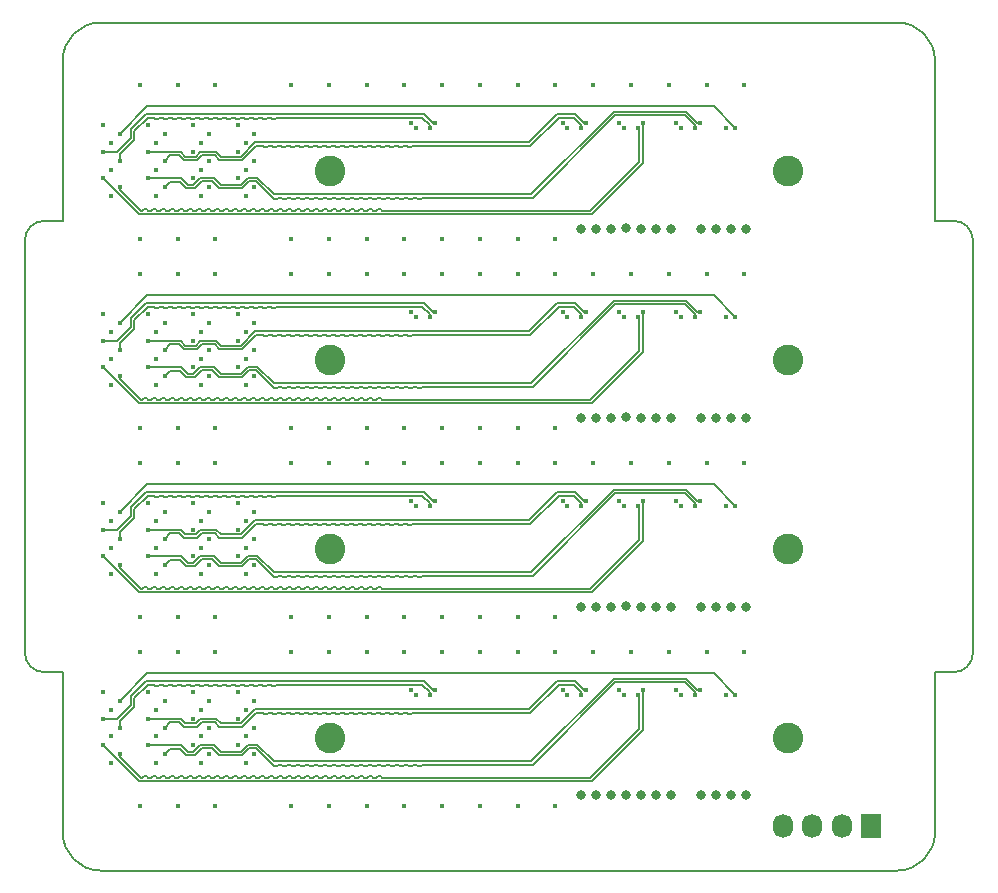
<source format=gbr>
%TF.GenerationSoftware,KiCad,Pcbnew,5.0.2-bee76a0~70~ubuntu18.10.1*%
%TF.CreationDate,2019-01-07T09:39:01-07:00*%
%TF.ProjectId,thelio-io-sas,7468656c-696f-42d6-996f-2d7361732e6b,rev?*%
%TF.SameCoordinates,Original*%
%TF.FileFunction,Copper,L4,Inr*%
%TF.FilePolarity,Positive*%
%FSLAX46Y46*%
G04 Gerber Fmt 4.6, Leading zero omitted, Abs format (unit mm)*
G04 Created by KiCad (PCBNEW 5.0.2-bee76a0~70~ubuntu18.10.1) date Mon Jan  7 09:39:01 2019*
%MOMM*%
%LPD*%
G01*
G04 APERTURE LIST*
%TA.AperFunction,NonConductor*%
%ADD10C,0.200000*%
%TD*%
%TA.AperFunction,NonConductor*%
%ADD11C,0.150000*%
%TD*%
%TA.AperFunction,ViaPad*%
%ADD12C,0.370000*%
%TD*%
%TA.AperFunction,WasherPad*%
%ADD13C,2.600000*%
%TD*%
%TA.AperFunction,ViaPad*%
%ADD14O,1.730000X2.030000*%
%TD*%
%TA.AperFunction,ViaPad*%
%ADD15R,1.730000X2.030000*%
%TD*%
%TA.AperFunction,ViaPad*%
%ADD16C,0.400000*%
%TD*%
%TA.AperFunction,ViaPad*%
%ADD17C,0.800000*%
%TD*%
%TA.AperFunction,Conductor*%
%ADD18C,0.127000*%
%TD*%
G04 APERTURE END LIST*
D10*
X77050000Y-18400000D02*
X77050000Y-53400000D01*
X75450000Y-16800000D02*
G75*
G02X77050000Y-18400000I0J-1600000D01*
G01*
X73850000Y-16800000D02*
X75450000Y-16800000D01*
X73850000Y-55000000D02*
X75450000Y-55000000D01*
X77050000Y-53400000D02*
G75*
G02X75450000Y-55000000I-1600000J0D01*
G01*
X70650000Y0D02*
G75*
G02X73850000Y-3200000I0J-3200000D01*
G01*
D11*
X73850000Y-68600000D02*
G75*
G02X70650000Y-71800000I-3200000J0D01*
G01*
D10*
X73850000Y-16800000D02*
X73850000Y-3200000D01*
X73850000Y-55000000D02*
X73850000Y-68600000D01*
X-3200000Y-18400000D02*
G75*
G02X-1600000Y-16800000I1600000J0D01*
G01*
X0Y-16800000D02*
X-1600000Y-16800000D01*
X0Y-55000000D02*
X-1600000Y-55000000D01*
X-1600000Y-55000000D02*
G75*
G02X-3200000Y-53400000I0J1600000D01*
G01*
X-3200000Y-53400000D02*
X-3200000Y-18400000D01*
X0Y-16800000D02*
X0Y-3200000D01*
X0Y-55000000D02*
X0Y-68600000D01*
X3200000Y0D02*
X70650000Y0D01*
X0Y-3200000D02*
G75*
G02X3200000Y0I3200000J0D01*
G01*
X70650000Y-71800000D02*
X3200000Y-71800000D01*
X3200000Y-71800000D02*
G75*
G02X0Y-68600000I0J3200000D01*
G01*
D12*
%TO.N,/sas0/R2+*%
%TO.C,SAS0*%
X3420000Y-13200000D03*
%TO.N,/sas0/R2-*%
X4820000Y-13950000D03*
%TO.N,/sas0/R0-*%
X4820000Y-11700000D03*
%TO.N,GND*%
X4120000Y-10200000D03*
X4120000Y-14700000D03*
%TO.N,/sas0/R0+*%
X3420000Y-10950000D03*
%TO.N,/sas0/SCLK*%
X3420000Y-8700000D03*
%TO.N,GND*%
X4120000Y-12450000D03*
%TO.N,/sas0/SDAT*%
X4820000Y-9450000D03*
%TO.N,/sas0/R3+*%
X7220000Y-13200000D03*
%TO.N,/sas0/R3-*%
X8620000Y-13950000D03*
%TO.N,/sas0/R1-*%
X8620000Y-11700000D03*
%TO.N,GND*%
X7920000Y-10200000D03*
X7920000Y-14700000D03*
%TO.N,/sas0/R1+*%
X7220000Y-10950000D03*
%TO.N,/sas0/WAKE*%
X7220000Y-8700000D03*
%TO.N,GND*%
X7920000Y-12450000D03*
%TO.N,Net-(SAS0-PadC2)*%
X8620000Y-9450000D03*
%TO.N,/sas0/T2+*%
X11020000Y-13200000D03*
%TO.N,/sas0/T2-*%
X12420000Y-13950000D03*
%TO.N,/sas0/T0-*%
X12420000Y-11700000D03*
%TO.N,GND*%
X11720000Y-10200000D03*
X11720000Y-14700000D03*
%TO.N,/sas0/T0+*%
X11020000Y-10950000D03*
%TO.N,Net-(SAS0-PadB1)*%
X11020000Y-8700000D03*
%TO.N,GND*%
X11720000Y-12450000D03*
%TO.N,/sas0/RST*%
X12420000Y-9450000D03*
%TO.N,/sas0/T3-*%
X16220000Y-13950000D03*
%TO.N,GND*%
X15520000Y-14700000D03*
X15520000Y-12450000D03*
%TO.N,/sas0/T3+*%
X14820000Y-13200000D03*
%TO.N,/sas0/T1-*%
X16220000Y-11700000D03*
%TO.N,/sas0/CLK-*%
X14820000Y-8700000D03*
%TO.N,/sas0/CLK+*%
X16220000Y-9450000D03*
%TO.N,GND*%
X15520000Y-10200000D03*
%TO.N,/sas0/T1+*%
X14820000Y-10950000D03*
%TD*%
D13*
%TO.N,*%
%TO.C,U2_0*%
X22635000Y-12560000D03*
X61365000Y-12560000D03*
%TD*%
D12*
%TO.N,/sas1/R2+*%
%TO.C,SAS1*%
X3420000Y-29200000D03*
%TO.N,/sas1/R2-*%
X4820000Y-29950000D03*
%TO.N,/sas1/R0-*%
X4820000Y-27700000D03*
%TO.N,GND*%
X4120000Y-26200000D03*
X4120000Y-30700000D03*
%TO.N,/sas1/R0+*%
X3420000Y-26950000D03*
%TO.N,/sas1/SCLK*%
X3420000Y-24700000D03*
%TO.N,GND*%
X4120000Y-28450000D03*
%TO.N,/sas1/SDAT*%
X4820000Y-25450000D03*
%TO.N,/sas1/R3+*%
X7220000Y-29200000D03*
%TO.N,/sas1/R3-*%
X8620000Y-29950000D03*
%TO.N,/sas1/R1-*%
X8620000Y-27700000D03*
%TO.N,GND*%
X7920000Y-26200000D03*
X7920000Y-30700000D03*
%TO.N,/sas1/R1+*%
X7220000Y-26950000D03*
%TO.N,/sas1/WAKE*%
X7220000Y-24700000D03*
%TO.N,GND*%
X7920000Y-28450000D03*
%TO.N,Net-(SAS1-PadC2)*%
X8620000Y-25450000D03*
%TO.N,/sas1/T2+*%
X11020000Y-29200000D03*
%TO.N,/sas1/T2-*%
X12420000Y-29950000D03*
%TO.N,/sas1/T0-*%
X12420000Y-27700000D03*
%TO.N,GND*%
X11720000Y-26200000D03*
X11720000Y-30700000D03*
%TO.N,/sas1/T0+*%
X11020000Y-26950000D03*
%TO.N,Net-(SAS1-PadB1)*%
X11020000Y-24700000D03*
%TO.N,GND*%
X11720000Y-28450000D03*
%TO.N,/sas1/RST*%
X12420000Y-25450000D03*
%TO.N,/sas1/T3-*%
X16220000Y-29950000D03*
%TO.N,GND*%
X15520000Y-30700000D03*
X15520000Y-28450000D03*
%TO.N,/sas1/T3+*%
X14820000Y-29200000D03*
%TO.N,/sas1/T1-*%
X16220000Y-27700000D03*
%TO.N,/sas1/CLK-*%
X14820000Y-24700000D03*
%TO.N,/sas1/CLK+*%
X16220000Y-25450000D03*
%TO.N,GND*%
X15520000Y-26200000D03*
%TO.N,/sas1/T1+*%
X14820000Y-26950000D03*
%TD*%
D13*
%TO.N,*%
%TO.C,U2_1*%
X22635000Y-28560000D03*
X61365000Y-28560000D03*
%TD*%
D12*
%TO.N,/sas2/R2+*%
%TO.C,SAS2*%
X3420000Y-45200000D03*
%TO.N,/sas2/R2-*%
X4820000Y-45950000D03*
%TO.N,/sas2/R0-*%
X4820000Y-43700000D03*
%TO.N,GND*%
X4120000Y-42200000D03*
X4120000Y-46700000D03*
%TO.N,/sas2/R0+*%
X3420000Y-42950000D03*
%TO.N,/sas2/SCLK*%
X3420000Y-40700000D03*
%TO.N,GND*%
X4120000Y-44450000D03*
%TO.N,/sas2/SDAT*%
X4820000Y-41450000D03*
%TO.N,/sas2/R3+*%
X7220000Y-45200000D03*
%TO.N,/sas2/R3-*%
X8620000Y-45950000D03*
%TO.N,/sas2/R1-*%
X8620000Y-43700000D03*
%TO.N,GND*%
X7920000Y-42200000D03*
X7920000Y-46700000D03*
%TO.N,/sas2/R1+*%
X7220000Y-42950000D03*
%TO.N,/sas2/WAKE*%
X7220000Y-40700000D03*
%TO.N,GND*%
X7920000Y-44450000D03*
%TO.N,Net-(SAS2-PadC2)*%
X8620000Y-41450000D03*
%TO.N,/sas2/T2+*%
X11020000Y-45200000D03*
%TO.N,/sas2/T2-*%
X12420000Y-45950000D03*
%TO.N,/sas2/T0-*%
X12420000Y-43700000D03*
%TO.N,GND*%
X11720000Y-42200000D03*
X11720000Y-46700000D03*
%TO.N,/sas2/T0+*%
X11020000Y-42950000D03*
%TO.N,Net-(SAS2-PadB1)*%
X11020000Y-40700000D03*
%TO.N,GND*%
X11720000Y-44450000D03*
%TO.N,/sas2/RST*%
X12420000Y-41450000D03*
%TO.N,/sas2/T3-*%
X16220000Y-45950000D03*
%TO.N,GND*%
X15520000Y-46700000D03*
X15520000Y-44450000D03*
%TO.N,/sas2/T3+*%
X14820000Y-45200000D03*
%TO.N,/sas2/T1-*%
X16220000Y-43700000D03*
%TO.N,/sas2/CLK-*%
X14820000Y-40700000D03*
%TO.N,/sas2/CLK+*%
X16220000Y-41450000D03*
%TO.N,GND*%
X15520000Y-42200000D03*
%TO.N,/sas2/T1+*%
X14820000Y-42950000D03*
%TD*%
D13*
%TO.N,*%
%TO.C,U2_2*%
X22635000Y-44560000D03*
X61365000Y-44560000D03*
%TD*%
%TO.N,*%
%TO.C,U2_3*%
X61365000Y-60560000D03*
X22635000Y-60560000D03*
%TD*%
D12*
%TO.N,/sas3/T1+*%
%TO.C,SAS3*%
X14820000Y-58950000D03*
%TO.N,GND*%
X15520000Y-58200000D03*
%TO.N,/sas3/CLK+*%
X16220000Y-57450000D03*
%TO.N,/sas3/CLK-*%
X14820000Y-56700000D03*
%TO.N,/sas3/T1-*%
X16220000Y-59700000D03*
%TO.N,/sas3/T3+*%
X14820000Y-61200000D03*
%TO.N,GND*%
X15520000Y-60450000D03*
X15520000Y-62700000D03*
%TO.N,/sas3/T3-*%
X16220000Y-61950000D03*
%TO.N,/sas3/RST*%
X12420000Y-57450000D03*
%TO.N,GND*%
X11720000Y-60450000D03*
%TO.N,Net-(SAS3-PadB1)*%
X11020000Y-56700000D03*
%TO.N,/sas3/T0+*%
X11020000Y-58950000D03*
%TO.N,GND*%
X11720000Y-62700000D03*
X11720000Y-58200000D03*
%TO.N,/sas3/T0-*%
X12420000Y-59700000D03*
%TO.N,/sas3/T2-*%
X12420000Y-61950000D03*
%TO.N,/sas3/T2+*%
X11020000Y-61200000D03*
%TO.N,Net-(SAS3-PadC2)*%
X8620000Y-57450000D03*
%TO.N,GND*%
X7920000Y-60450000D03*
%TO.N,/sas3/WAKE*%
X7220000Y-56700000D03*
%TO.N,/sas3/R1+*%
X7220000Y-58950000D03*
%TO.N,GND*%
X7920000Y-62700000D03*
X7920000Y-58200000D03*
%TO.N,/sas3/R1-*%
X8620000Y-59700000D03*
%TO.N,/sas3/R3-*%
X8620000Y-61950000D03*
%TO.N,/sas3/R3+*%
X7220000Y-61200000D03*
%TO.N,/sas3/SDAT*%
X4820000Y-57450000D03*
%TO.N,GND*%
X4120000Y-60450000D03*
%TO.N,/sas3/SCLK*%
X3420000Y-56700000D03*
%TO.N,/sas3/R0+*%
X3420000Y-58950000D03*
%TO.N,GND*%
X4120000Y-62700000D03*
X4120000Y-58200000D03*
%TO.N,/sas3/R0-*%
X4820000Y-59700000D03*
%TO.N,/sas3/R2-*%
X4820000Y-61950000D03*
%TO.N,/sas3/R2+*%
X3420000Y-61200000D03*
%TD*%
D14*
%TO.N,+5V*%
%TO.C,POWER0*%
X60960000Y-67990000D03*
%TO.N,GND*%
X63460000Y-67990000D03*
X65960000Y-67990000D03*
D15*
%TO.N,+12V*%
X68460000Y-67990000D03*
%TD*%
D16*
%TO.N,GND*%
X6520000Y-21300000D03*
X41720000Y-37300000D03*
X9720000Y-37300000D03*
X38520000Y-50300000D03*
X35320000Y-37300000D03*
X19320000Y-37300000D03*
X44920000Y-37300000D03*
X6520000Y-50300000D03*
X48120000Y-37300000D03*
X25720000Y-50300000D03*
X25720000Y-37300000D03*
X6520000Y-37300000D03*
X32120000Y-37300000D03*
X9720000Y-50300000D03*
X35320000Y-50300000D03*
X28920000Y-50300000D03*
X38520000Y-37300000D03*
X57720000Y-37300000D03*
X28920000Y-37300000D03*
X51320000Y-37300000D03*
X12920000Y-50300000D03*
X32120000Y-50300000D03*
X41720000Y-50300000D03*
X22520000Y-50300000D03*
X12920000Y-37300000D03*
X22520000Y-37300000D03*
X19320000Y-50300000D03*
X54520000Y-37300000D03*
X41720000Y-21300000D03*
X9720000Y-21300000D03*
X38520000Y-34300000D03*
X35320000Y-21300000D03*
X19320000Y-21300000D03*
X44920000Y-21300000D03*
X6520000Y-34300000D03*
X48120000Y-21300000D03*
X25720000Y-34300000D03*
X25720000Y-21300000D03*
X32120000Y-21300000D03*
X9720000Y-34300000D03*
X35320000Y-34300000D03*
X28920000Y-34300000D03*
X38520000Y-21300000D03*
X57720000Y-21300000D03*
X28920000Y-21300000D03*
X51320000Y-21300000D03*
X12920000Y-34300000D03*
X32120000Y-34300000D03*
X41720000Y-34300000D03*
X22520000Y-34300000D03*
X12920000Y-21300000D03*
X22520000Y-21300000D03*
X19320000Y-34300000D03*
X54520000Y-21300000D03*
X41720000Y-5300000D03*
X9720000Y-5300000D03*
X38520000Y-18300000D03*
X35320000Y-5300000D03*
X19320000Y-5300000D03*
X44920000Y-5300000D03*
X6520000Y-18300000D03*
X48120000Y-5300000D03*
X25720000Y-18300000D03*
X25720000Y-5300000D03*
X6520000Y-5300000D03*
X32120000Y-5300000D03*
X9720000Y-18300000D03*
X35320000Y-18300000D03*
X28920000Y-18300000D03*
X38520000Y-5300000D03*
X57720000Y-5300000D03*
X28920000Y-5300000D03*
X51320000Y-5300000D03*
X12920000Y-18300000D03*
X32120000Y-18300000D03*
X41720000Y-18300000D03*
X22520000Y-18300000D03*
X12920000Y-5300000D03*
X22520000Y-5300000D03*
X19320000Y-18300000D03*
X54520000Y-5300000D03*
D17*
X43905000Y-49445000D03*
X54040000Y-49445000D03*
X51525000Y-49445000D03*
X46420000Y-49445000D03*
X45175000Y-49445000D03*
X43905000Y-33445000D03*
X54040000Y-33445000D03*
X51525000Y-33445000D03*
X46420000Y-33445000D03*
X45175000Y-33445000D03*
X43905000Y-17445000D03*
X54040000Y-17445000D03*
X51525000Y-17445000D03*
X46420000Y-17445000D03*
X45175000Y-17445000D03*
D16*
X6520000Y-66300000D03*
X9720000Y-66300000D03*
X12920000Y-66300000D03*
X48120000Y-53300000D03*
X41720000Y-53300000D03*
X28920000Y-53300000D03*
X38520000Y-53300000D03*
X32120000Y-53300000D03*
X35320000Y-53300000D03*
X44920000Y-53300000D03*
X25720000Y-53300000D03*
X22520000Y-53300000D03*
X38520000Y-66300000D03*
X32120000Y-66300000D03*
X41720000Y-66300000D03*
X28920000Y-66300000D03*
X22520000Y-66300000D03*
X35320000Y-66300000D03*
X25720000Y-66300000D03*
X19320000Y-66300000D03*
X6520000Y-53300000D03*
X9720000Y-53300000D03*
X12920000Y-53300000D03*
X19320000Y-53300000D03*
X54520000Y-53300000D03*
X51320000Y-53300000D03*
X57720000Y-53300000D03*
D17*
X43905000Y-65445000D03*
X54040000Y-65445000D03*
X51525000Y-65445000D03*
X46420000Y-65445000D03*
X45175000Y-65445000D03*
%TO.N,+12V*%
X57875000Y-49445000D03*
X56580000Y-49445000D03*
X55310000Y-49445000D03*
X57875000Y-33445000D03*
X56580000Y-33445000D03*
X55310000Y-33445000D03*
X57875000Y-17445000D03*
X56580000Y-17445000D03*
X55310000Y-17445000D03*
X57875000Y-65445000D03*
X56580000Y-65445000D03*
X55310000Y-65445000D03*
%TO.N,+5V*%
X47715000Y-49420000D03*
X50255000Y-49445000D03*
X48985000Y-49445000D03*
X47715000Y-33420000D03*
X50255000Y-33445000D03*
X48985000Y-33445000D03*
X47715000Y-17420000D03*
X50255000Y-17445000D03*
X48985000Y-17445000D03*
X47715000Y-65420000D03*
X50255000Y-65445000D03*
X48985000Y-65445000D03*
D16*
%TO.N,/sas0/SDAT*%
X56920000Y-8900000D03*
%TO.N,/sas0/SCLK*%
X56120000Y-8900000D03*
%TO.N,/sas0/R3+*%
X53924284Y-8495716D03*
%TO.N,/sas0/R3-*%
X53515716Y-8904284D03*
%TO.N,/sas0/T3-*%
X52324284Y-8904284D03*
%TO.N,/sas0/T3+*%
X51915716Y-8495716D03*
%TO.N,/sas0/R2+*%
X49124284Y-8495716D03*
%TO.N,/sas0/R2-*%
X48715716Y-8904284D03*
%TO.N,/sas0/T2-*%
X47524284Y-8904284D03*
%TO.N,/sas0/T2+*%
X47115716Y-8495716D03*
%TO.N,/sas0/R1+*%
X44324284Y-8495716D03*
%TO.N,/sas0/R1-*%
X43915716Y-8904284D03*
%TO.N,/sas0/T1-*%
X42724284Y-8904284D03*
%TO.N,/sas0/T1+*%
X42315716Y-8495716D03*
%TO.N,/sas0/R0+*%
X31524284Y-8495716D03*
%TO.N,/sas0/R0-*%
X31115716Y-8904284D03*
%TO.N,/sas0/T0-*%
X29924284Y-8904284D03*
%TO.N,/sas0/T0+*%
X29515716Y-8495716D03*
%TO.N,/sas1/SDAT*%
X56920000Y-24900000D03*
%TO.N,/sas1/SCLK*%
X56120000Y-24900000D03*
%TO.N,/sas1/R3+*%
X53924284Y-24495716D03*
%TO.N,/sas1/R3-*%
X53515716Y-24904284D03*
%TO.N,/sas1/T3-*%
X52324284Y-24904284D03*
%TO.N,/sas1/T3+*%
X51915716Y-24495716D03*
%TO.N,/sas1/R2+*%
X49124284Y-24495716D03*
%TO.N,/sas1/R2-*%
X48715716Y-24904284D03*
%TO.N,/sas1/T2-*%
X47524284Y-24904284D03*
%TO.N,/sas1/T2+*%
X47115716Y-24495716D03*
%TO.N,/sas1/R1+*%
X44324284Y-24495716D03*
%TO.N,/sas1/R1-*%
X43915716Y-24904284D03*
%TO.N,/sas1/T1-*%
X42724284Y-24904284D03*
%TO.N,/sas1/T1+*%
X42315716Y-24495716D03*
%TO.N,/sas1/R0+*%
X31524284Y-24495716D03*
%TO.N,/sas1/R0-*%
X31115716Y-24904284D03*
%TO.N,/sas1/T0-*%
X29924284Y-24904284D03*
%TO.N,/sas1/T0+*%
X29515716Y-24495716D03*
%TO.N,/sas2/SDAT*%
X56920000Y-40900000D03*
%TO.N,/sas2/SCLK*%
X56120000Y-40900000D03*
%TO.N,/sas2/R3+*%
X53924284Y-40495716D03*
%TO.N,/sas2/R3-*%
X53515716Y-40904284D03*
%TO.N,/sas2/T3-*%
X52324284Y-40904284D03*
%TO.N,/sas2/T3+*%
X51915716Y-40495716D03*
%TO.N,/sas2/R2+*%
X49124284Y-40495716D03*
%TO.N,/sas2/R2-*%
X48715716Y-40904284D03*
%TO.N,/sas2/T2-*%
X47524284Y-40904284D03*
%TO.N,/sas2/T2+*%
X47115716Y-40495716D03*
%TO.N,/sas2/R1+*%
X44324284Y-40495716D03*
%TO.N,/sas2/R1-*%
X43915716Y-40904284D03*
%TO.N,/sas2/T1-*%
X42724284Y-40904284D03*
%TO.N,/sas2/T1+*%
X42315716Y-40495716D03*
%TO.N,/sas2/R0+*%
X31524284Y-40495716D03*
%TO.N,/sas2/R0-*%
X31115716Y-40904284D03*
%TO.N,/sas2/T0-*%
X29924284Y-40904284D03*
%TO.N,/sas2/T0+*%
X29515716Y-40495716D03*
%TO.N,/sas3/SDAT*%
X56920000Y-56900000D03*
%TO.N,/sas3/SCLK*%
X56120000Y-56900000D03*
%TO.N,/sas3/R3+*%
X53924284Y-56495716D03*
%TO.N,/sas3/R3-*%
X53515716Y-56904284D03*
%TO.N,/sas3/T3-*%
X52324284Y-56904284D03*
%TO.N,/sas3/T3+*%
X51915716Y-56495716D03*
%TO.N,/sas3/R2+*%
X49124284Y-56495716D03*
%TO.N,/sas3/R2-*%
X48715716Y-56904284D03*
%TO.N,/sas3/T2-*%
X47524284Y-56904284D03*
%TO.N,/sas3/T2+*%
X47115716Y-56495716D03*
%TO.N,/sas3/R1+*%
X44324284Y-56495716D03*
%TO.N,/sas3/R1-*%
X43915716Y-56904284D03*
%TO.N,/sas3/T1-*%
X42724284Y-56904284D03*
%TO.N,/sas3/T1+*%
X42315716Y-56495716D03*
%TO.N,/sas3/R0+*%
X31524284Y-56495716D03*
%TO.N,/sas3/R0-*%
X31115716Y-56904284D03*
%TO.N,/sas3/T0-*%
X29924284Y-56904284D03*
%TO.N,/sas3/T0+*%
X29515716Y-56495716D03*
%TD*%
D18*
%TO.N,/sas0/SDAT*%
X55120000Y-7100000D02*
X7170000Y-7100000D01*
X56920000Y-8900000D02*
X55120000Y-7100000D01*
X7170000Y-7100000D02*
X4820000Y-9450000D01*
%TO.N,/sas0/R3+*%
X15056872Y-13747600D02*
X13383128Y-13747600D01*
X13383128Y-13747600D02*
X12783128Y-13147600D01*
X53924284Y-8495716D02*
X53731243Y-8495716D01*
X11056872Y-13747600D02*
X10583128Y-13747600D01*
X39656872Y-14547600D02*
X17866429Y-14547600D01*
X10583128Y-13747600D02*
X10035528Y-13200000D01*
X10035528Y-13200000D02*
X9065200Y-13200000D01*
X53731243Y-8495716D02*
X52783127Y-7547600D01*
X15656872Y-13147600D02*
X15056872Y-13747600D01*
X12783128Y-13147600D02*
X11656872Y-13147600D01*
X52783127Y-7547600D02*
X46656872Y-7547600D01*
X16466429Y-13147600D02*
X15656872Y-13147600D01*
X46656872Y-7547600D02*
X39656872Y-14547600D01*
X11656872Y-13147600D02*
X11056872Y-13747600D01*
X17866429Y-14547600D02*
X16466429Y-13147600D01*
X9065200Y-13200000D02*
X7220000Y-13200000D01*
%TO.N,/sas0/R3-*%
X20915173Y-14979400D02*
X21169173Y-14979400D01*
X39783128Y-14852400D02*
X46783128Y-7852400D01*
X20788173Y-14852400D02*
X20915173Y-14979400D01*
X20534173Y-14852400D02*
X20788173Y-14852400D01*
X53515716Y-8711243D02*
X53515716Y-8904284D01*
X46783128Y-7852400D02*
X52656873Y-7852400D01*
X28154173Y-14852400D02*
X28408173Y-14852400D01*
X28027173Y-14979400D02*
X28154173Y-14852400D01*
X20153173Y-14979400D02*
X20407173Y-14979400D01*
X9909272Y-13504800D02*
X10456872Y-14052400D01*
X21677173Y-14979400D02*
X21931173Y-14979400D01*
X21169173Y-14979400D02*
X21296173Y-14852400D01*
X20407173Y-14979400D02*
X20534173Y-14852400D01*
X27773173Y-14979400D02*
X28027173Y-14979400D01*
X18883173Y-14979400D02*
X19010173Y-14852400D01*
X23836173Y-14852400D02*
X23963173Y-14979400D01*
X30313173Y-14979400D02*
X30440173Y-14852400D01*
X18121173Y-14979400D02*
X18248173Y-14852400D01*
X52656873Y-7852400D02*
X53515716Y-8711243D01*
X18502173Y-14852400D02*
X18629173Y-14979400D01*
X24979173Y-14979400D02*
X25106173Y-14852400D01*
X22439173Y-14979400D02*
X22693173Y-14979400D01*
X18629173Y-14979400D02*
X18883173Y-14979400D01*
X22693173Y-14979400D02*
X22820173Y-14852400D01*
X27646173Y-14852400D02*
X27773173Y-14979400D01*
X11783128Y-13452400D02*
X12656872Y-13452400D01*
X27265173Y-14979400D02*
X27392173Y-14852400D01*
X22058173Y-14852400D02*
X22312173Y-14852400D01*
X20026173Y-14852400D02*
X20153173Y-14979400D01*
X27011173Y-14979400D02*
X27265173Y-14979400D01*
X15183128Y-14052400D02*
X15783128Y-13452400D01*
X26630173Y-14852400D02*
X26884173Y-14852400D01*
X12656872Y-13452400D02*
X13256872Y-14052400D01*
X19645173Y-14979400D02*
X19772173Y-14852400D01*
X28916173Y-14852400D02*
X29170173Y-14852400D01*
X10456872Y-14052400D02*
X11183128Y-14052400D01*
X9065200Y-13504800D02*
X9909272Y-13504800D01*
X21296173Y-14852400D02*
X21550173Y-14852400D01*
X19010173Y-14852400D02*
X19264173Y-14852400D01*
X13256872Y-14052400D02*
X15183128Y-14052400D01*
X27392173Y-14852400D02*
X27646173Y-14852400D01*
X21550173Y-14852400D02*
X21677173Y-14979400D01*
X8620000Y-13950000D02*
X9065200Y-13504800D01*
X21931173Y-14979400D02*
X22058173Y-14852400D01*
X11183128Y-14052400D02*
X11783128Y-13452400D01*
X29297173Y-14979400D02*
X29551173Y-14979400D01*
X28408173Y-14852400D02*
X28535173Y-14979400D01*
X15783128Y-13452400D02*
X16340173Y-13452400D01*
X25487173Y-14979400D02*
X25741173Y-14979400D01*
X18248173Y-14852400D02*
X18502173Y-14852400D01*
X23582173Y-14852400D02*
X23836173Y-14852400D01*
X22312173Y-14852400D02*
X22439173Y-14979400D01*
X17867173Y-14979400D02*
X18121173Y-14979400D01*
X16340173Y-13452400D02*
X17867173Y-14979400D01*
X19391173Y-14979400D02*
X19645173Y-14979400D01*
X28789173Y-14979400D02*
X28916173Y-14852400D01*
X22820173Y-14852400D02*
X23074173Y-14852400D01*
X23074173Y-14852400D02*
X23201173Y-14979400D01*
X23201173Y-14979400D02*
X23455173Y-14979400D01*
X23455173Y-14979400D02*
X23582173Y-14852400D01*
X23963173Y-14979400D02*
X24217173Y-14979400D01*
X24344173Y-14852400D02*
X24598173Y-14852400D01*
X24598173Y-14852400D02*
X24725173Y-14979400D01*
X24725173Y-14979400D02*
X24979173Y-14979400D01*
X25106173Y-14852400D02*
X25360173Y-14852400D01*
X25741173Y-14979400D02*
X25868173Y-14852400D01*
X25868173Y-14852400D02*
X26122173Y-14852400D01*
X26122173Y-14852400D02*
X26249173Y-14979400D01*
X26249173Y-14979400D02*
X26503173Y-14979400D01*
X26503173Y-14979400D02*
X26630173Y-14852400D01*
X26884173Y-14852400D02*
X27011173Y-14979400D01*
X24217173Y-14979400D02*
X24344173Y-14852400D01*
X29678173Y-14852400D02*
X29932173Y-14852400D01*
X19264173Y-14852400D02*
X19391173Y-14979400D01*
X28535173Y-14979400D02*
X28789173Y-14979400D01*
X19772173Y-14852400D02*
X20026173Y-14852400D01*
X29170173Y-14852400D02*
X29297173Y-14979400D01*
X25360173Y-14852400D02*
X25487173Y-14979400D01*
X29551173Y-14979400D02*
X29678173Y-14852400D01*
X29932173Y-14852400D02*
X30059173Y-14979400D01*
X30059173Y-14979400D02*
X30313173Y-14979400D01*
X30440173Y-14852400D02*
X39783128Y-14852400D01*
%TO.N,/sas0/R2+*%
X4604474Y-14384474D02*
X3420000Y-13200000D01*
X44783128Y-16252400D02*
X6472400Y-16252400D01*
X49124284Y-8495716D02*
X49124284Y-11911244D01*
X49124284Y-11911244D02*
X44783128Y-16252400D01*
X6472400Y-16252400D02*
X4604474Y-14384474D01*
%TO.N,/sas0/R2-*%
X25516000Y-15947600D02*
X25770000Y-15947600D01*
X26659000Y-15820600D02*
X26913000Y-15820600D01*
X25389000Y-15820600D02*
X25516000Y-15947600D01*
X48819484Y-11784988D02*
X48819484Y-9008052D01*
X24627000Y-15820600D02*
X24754000Y-15947600D01*
X48819484Y-9008052D02*
X48715716Y-8904284D01*
X25135000Y-15820600D02*
X25389000Y-15820600D01*
X24373000Y-15820600D02*
X24627000Y-15820600D01*
X24246000Y-15947600D02*
X24373000Y-15820600D01*
X23992000Y-15947600D02*
X24246000Y-15947600D01*
X23865000Y-15820600D02*
X23992000Y-15947600D01*
X23230000Y-15947600D02*
X23484000Y-15947600D01*
X23103000Y-15820600D02*
X23230000Y-15947600D01*
X22849000Y-15820600D02*
X23103000Y-15820600D01*
X22722000Y-15947600D02*
X22849000Y-15820600D01*
X22087000Y-15820600D02*
X22341000Y-15820600D01*
X21960000Y-15947600D02*
X22087000Y-15820600D01*
X21579000Y-15820600D02*
X21706000Y-15947600D01*
X20944000Y-15947600D02*
X21198000Y-15947600D01*
X12816000Y-15947600D02*
X12943000Y-15820600D01*
X26913000Y-15820600D02*
X27040000Y-15947600D01*
X12435000Y-15820600D02*
X12562000Y-15947600D01*
X19801000Y-15820600D02*
X20055000Y-15820600D01*
X12181000Y-15820600D02*
X12435000Y-15820600D01*
X26532000Y-15947600D02*
X26659000Y-15820600D01*
X12054000Y-15947600D02*
X12181000Y-15820600D01*
X10530000Y-15947600D02*
X10657000Y-15820600D01*
X8752000Y-15947600D02*
X9006000Y-15947600D01*
X8371000Y-15820600D02*
X8625000Y-15820600D01*
X6720000Y-15947600D02*
X6847000Y-15820600D01*
X8244000Y-15947600D02*
X8371000Y-15820600D01*
X9387000Y-15820600D02*
X9514000Y-15947600D01*
X11038000Y-15947600D02*
X11292000Y-15947600D01*
X18531000Y-15820600D02*
X18658000Y-15947600D01*
X10276000Y-15947600D02*
X10530000Y-15947600D01*
X23611000Y-15820600D02*
X23865000Y-15820600D01*
X10149000Y-15820600D02*
X10276000Y-15947600D01*
X27040000Y-15947600D02*
X44656872Y-15947600D01*
X12562000Y-15947600D02*
X12816000Y-15947600D01*
X9895000Y-15820600D02*
X10149000Y-15820600D01*
X23484000Y-15947600D02*
X23611000Y-15820600D01*
X20436000Y-15947600D02*
X20563000Y-15820600D01*
X26278000Y-15947600D02*
X26532000Y-15947600D01*
X11800000Y-15947600D02*
X12054000Y-15947600D01*
X9133000Y-15820600D02*
X9387000Y-15820600D01*
X44656872Y-15947600D02*
X48819484Y-11784988D01*
X16245000Y-15820600D02*
X16372000Y-15947600D01*
X10657000Y-15820600D02*
X10911000Y-15820600D01*
X4820000Y-14168947D02*
X6598653Y-15947600D01*
X18150000Y-15947600D02*
X18277000Y-15820600D01*
X14848000Y-15947600D02*
X15102000Y-15947600D01*
X22341000Y-15820600D02*
X22468000Y-15947600D01*
X6598653Y-15947600D02*
X6720000Y-15947600D01*
X10911000Y-15820600D02*
X11038000Y-15947600D01*
X18277000Y-15820600D02*
X18531000Y-15820600D01*
X9768000Y-15947600D02*
X9895000Y-15820600D01*
X6847000Y-15820600D02*
X7101000Y-15820600D01*
X13197000Y-15820600D02*
X13324000Y-15947600D01*
X7228000Y-15947600D02*
X7482000Y-15947600D01*
X15229000Y-15820600D02*
X15483000Y-15820600D01*
X4820000Y-13950000D02*
X4820000Y-14168947D01*
X13578000Y-15947600D02*
X13705000Y-15820600D01*
X25897000Y-15820600D02*
X26151000Y-15820600D01*
X11419000Y-15820600D02*
X11673000Y-15820600D01*
X21325000Y-15820600D02*
X21579000Y-15820600D01*
X18912000Y-15947600D02*
X19039000Y-15820600D01*
X7990000Y-15947600D02*
X8244000Y-15947600D01*
X25770000Y-15947600D02*
X25897000Y-15820600D01*
X11292000Y-15947600D02*
X11419000Y-15820600D01*
X21198000Y-15947600D02*
X21325000Y-15820600D01*
X18658000Y-15947600D02*
X18912000Y-15947600D01*
X21706000Y-15947600D02*
X21960000Y-15947600D01*
X8625000Y-15820600D02*
X8752000Y-15947600D01*
X26151000Y-15820600D02*
X26278000Y-15947600D01*
X11673000Y-15820600D02*
X11800000Y-15947600D01*
X9006000Y-15947600D02*
X9133000Y-15820600D01*
X12943000Y-15820600D02*
X13197000Y-15820600D01*
X13324000Y-15947600D02*
X13578000Y-15947600D01*
X25008000Y-15947600D02*
X25135000Y-15820600D01*
X20817000Y-15820600D02*
X20944000Y-15947600D01*
X13705000Y-15820600D02*
X13959000Y-15820600D01*
X7863000Y-15820600D02*
X7990000Y-15947600D01*
X13959000Y-15820600D02*
X14086000Y-15947600D01*
X14086000Y-15947600D02*
X14340000Y-15947600D01*
X14340000Y-15947600D02*
X14467000Y-15820600D01*
X14467000Y-15820600D02*
X14721000Y-15820600D01*
X14721000Y-15820600D02*
X14848000Y-15947600D01*
X9514000Y-15947600D02*
X9768000Y-15947600D01*
X7482000Y-15947600D02*
X7609000Y-15820600D01*
X15102000Y-15947600D02*
X15229000Y-15820600D01*
X7609000Y-15820600D02*
X7863000Y-15820600D01*
X15483000Y-15820600D02*
X15610000Y-15947600D01*
X15610000Y-15947600D02*
X15864000Y-15947600D01*
X15864000Y-15947600D02*
X15991000Y-15820600D01*
X20182000Y-15947600D02*
X20436000Y-15947600D01*
X15991000Y-15820600D02*
X16245000Y-15820600D01*
X16372000Y-15947600D02*
X16626000Y-15947600D01*
X16626000Y-15947600D02*
X16753000Y-15820600D01*
X16753000Y-15820600D02*
X17007000Y-15820600D01*
X17007000Y-15820600D02*
X17134000Y-15947600D01*
X17134000Y-15947600D02*
X17388000Y-15947600D01*
X17388000Y-15947600D02*
X17515000Y-15820600D01*
X17515000Y-15820600D02*
X17769000Y-15820600D01*
X7101000Y-15820600D02*
X7228000Y-15947600D01*
X17769000Y-15820600D02*
X17896000Y-15947600D01*
X17896000Y-15947600D02*
X18150000Y-15947600D01*
X19039000Y-15820600D02*
X19293000Y-15820600D01*
X19293000Y-15820600D02*
X19420000Y-15947600D01*
X19420000Y-15947600D02*
X19674000Y-15947600D01*
X19674000Y-15947600D02*
X19801000Y-15820600D01*
X22468000Y-15947600D02*
X22722000Y-15947600D01*
X20055000Y-15820600D02*
X20182000Y-15947600D01*
X24754000Y-15947600D02*
X25008000Y-15947600D01*
X20563000Y-15820600D02*
X20817000Y-15820600D01*
%TO.N,/sas0/R1+*%
X41856872Y-7747600D02*
X39456872Y-10147600D01*
X12983128Y-10947600D02*
X11656872Y-10947600D01*
X15056872Y-11347600D02*
X13383128Y-11347600D01*
X44324284Y-8495716D02*
X44131243Y-8495716D01*
X10383128Y-11347600D02*
X9985528Y-10950000D01*
X13383128Y-11347600D02*
X12983128Y-10947600D01*
X9985528Y-10950000D02*
X9065200Y-10950000D01*
X44131243Y-8495716D02*
X43383127Y-7747600D01*
X43383127Y-7747600D02*
X41856872Y-7747600D01*
X11656872Y-10947600D02*
X11256872Y-11347600D01*
X11256872Y-11347600D02*
X10383128Y-11347600D01*
X16256872Y-10147600D02*
X15056872Y-11347600D01*
X39456872Y-10147600D02*
X16256872Y-10147600D01*
X9065200Y-10950000D02*
X7220000Y-10950000D01*
%TO.N,/sas0/R1-*%
X28477000Y-10579400D02*
X28731000Y-10579400D01*
X43915716Y-8711243D02*
X43915716Y-8904284D01*
X27334000Y-10452400D02*
X27588000Y-10452400D01*
X26953000Y-10579400D02*
X27207000Y-10579400D01*
X27207000Y-10579400D02*
X27334000Y-10452400D01*
X21111000Y-10579400D02*
X21238000Y-10452400D01*
X19587000Y-10579400D02*
X19714000Y-10452400D01*
X19333000Y-10579400D02*
X19587000Y-10579400D01*
X26826000Y-10452400D02*
X26953000Y-10579400D01*
X11783128Y-11252400D02*
X12856872Y-11252400D01*
X29112000Y-10452400D02*
X29239000Y-10579400D01*
X29620000Y-10452400D02*
X39583128Y-10452400D01*
X16383128Y-10452400D02*
X16920000Y-10452400D01*
X21619000Y-10579400D02*
X21873000Y-10579400D01*
X13256872Y-11652400D02*
X15183128Y-11652400D01*
X17047000Y-10579400D02*
X17301000Y-10579400D01*
X20857000Y-10579400D02*
X21111000Y-10579400D01*
X9065200Y-11254800D02*
X9859272Y-11254800D01*
X18063000Y-10579400D02*
X18190000Y-10452400D01*
X18571000Y-10579400D02*
X18825000Y-10579400D01*
X25683000Y-10579400D02*
X25810000Y-10452400D01*
X17809000Y-10579400D02*
X18063000Y-10579400D01*
X22000000Y-10452400D02*
X22254000Y-10452400D01*
X29493000Y-10579400D02*
X29620000Y-10452400D01*
X22254000Y-10452400D02*
X22381000Y-10579400D01*
X22381000Y-10579400D02*
X22635000Y-10579400D01*
X29239000Y-10579400D02*
X29493000Y-10579400D01*
X41983128Y-8052400D02*
X43256873Y-8052400D01*
X21492000Y-10452400D02*
X21619000Y-10579400D01*
X10256872Y-11652400D02*
X11383128Y-11652400D01*
X25302000Y-10452400D02*
X25429000Y-10579400D01*
X9859272Y-11254800D02*
X10256872Y-11652400D01*
X16920000Y-10452400D02*
X17047000Y-10579400D01*
X27715000Y-10579400D02*
X27969000Y-10579400D01*
X21238000Y-10452400D02*
X21492000Y-10452400D01*
X8620000Y-11700000D02*
X9065200Y-11254800D01*
X20476000Y-10452400D02*
X20730000Y-10452400D01*
X19714000Y-10452400D02*
X19968000Y-10452400D01*
X18444000Y-10452400D02*
X18571000Y-10579400D01*
X25429000Y-10579400D02*
X25683000Y-10579400D01*
X17682000Y-10452400D02*
X17809000Y-10579400D01*
X11383128Y-11652400D02*
X11783128Y-11252400D01*
X12856872Y-11252400D02*
X13256872Y-11652400D01*
X19206000Y-10452400D02*
X19333000Y-10579400D01*
X23905000Y-10579400D02*
X24159000Y-10579400D01*
X15183128Y-11652400D02*
X16383128Y-10452400D01*
X18825000Y-10579400D02*
X18952000Y-10452400D01*
X20095000Y-10579400D02*
X20349000Y-10579400D01*
X27588000Y-10452400D02*
X27715000Y-10579400D01*
X23778000Y-10452400D02*
X23905000Y-10579400D01*
X17301000Y-10579400D02*
X17428000Y-10452400D01*
X21873000Y-10579400D02*
X22000000Y-10452400D01*
X18952000Y-10452400D02*
X19206000Y-10452400D01*
X20349000Y-10579400D02*
X20476000Y-10452400D01*
X17428000Y-10452400D02*
X17682000Y-10452400D01*
X28731000Y-10579400D02*
X28858000Y-10452400D01*
X20730000Y-10452400D02*
X20857000Y-10579400D01*
X19968000Y-10452400D02*
X20095000Y-10579400D01*
X22635000Y-10579400D02*
X22762000Y-10452400D01*
X22762000Y-10452400D02*
X23016000Y-10452400D01*
X39583128Y-10452400D02*
X41983128Y-8052400D01*
X23016000Y-10452400D02*
X23143000Y-10579400D01*
X23143000Y-10579400D02*
X23397000Y-10579400D01*
X23397000Y-10579400D02*
X23524000Y-10452400D01*
X23524000Y-10452400D02*
X23778000Y-10452400D01*
X24159000Y-10579400D02*
X24286000Y-10452400D01*
X24286000Y-10452400D02*
X24540000Y-10452400D01*
X24540000Y-10452400D02*
X24667000Y-10579400D01*
X24921000Y-10579400D02*
X25048000Y-10452400D01*
X24667000Y-10579400D02*
X24921000Y-10579400D01*
X28858000Y-10452400D02*
X29112000Y-10452400D01*
X43256873Y-8052400D02*
X43915716Y-8711243D01*
X25048000Y-10452400D02*
X25302000Y-10452400D01*
X25810000Y-10452400D02*
X26064000Y-10452400D01*
X26064000Y-10452400D02*
X26191000Y-10579400D01*
X26191000Y-10579400D02*
X26445000Y-10579400D01*
X26445000Y-10579400D02*
X26572000Y-10452400D01*
X26572000Y-10452400D02*
X26826000Y-10452400D01*
X27969000Y-10579400D02*
X28096000Y-10452400D01*
X18190000Y-10452400D02*
X18444000Y-10452400D01*
X28096000Y-10452400D02*
X28350000Y-10452400D01*
X28350000Y-10452400D02*
X28477000Y-10579400D01*
%TO.N,/sas0/R0+*%
X31524284Y-8495716D02*
X31331243Y-8495716D01*
X30583127Y-7747600D02*
X7056872Y-7747600D01*
X31331243Y-8495716D02*
X30583127Y-7747600D01*
X4604473Y-10950000D02*
X3420000Y-10950000D01*
X7056872Y-7747600D02*
X5767600Y-9036872D01*
X5767600Y-9786873D02*
X4604473Y-10950000D01*
X5767600Y-9036872D02*
X5767600Y-9786873D01*
%TO.N,/sas0/R0-*%
X17372000Y-8052400D02*
X17626000Y-8052400D01*
X18007000Y-8179400D02*
X18134000Y-8052400D01*
X17753000Y-8179400D02*
X18007000Y-8179400D01*
X18134000Y-8052400D02*
X30456873Y-8052400D01*
X17626000Y-8052400D02*
X17753000Y-8179400D01*
X31115716Y-8711243D02*
X31115716Y-8904284D01*
X16991000Y-8179400D02*
X17245000Y-8179400D01*
X16864000Y-8052400D02*
X16991000Y-8179400D01*
X16610000Y-8052400D02*
X16864000Y-8052400D01*
X16229000Y-8179400D02*
X16483000Y-8179400D01*
X16102000Y-8052400D02*
X16229000Y-8179400D01*
X15721000Y-8179400D02*
X15848000Y-8052400D01*
X15467000Y-8179400D02*
X15721000Y-8179400D01*
X14959000Y-8179400D02*
X15086000Y-8052400D01*
X14705000Y-8179400D02*
X14959000Y-8179400D01*
X14578000Y-8052400D02*
X14705000Y-8179400D01*
X14324000Y-8052400D02*
X14578000Y-8052400D01*
X14197000Y-8179400D02*
X14324000Y-8052400D01*
X13943000Y-8179400D02*
X14197000Y-8179400D01*
X13816000Y-8052400D02*
X13943000Y-8179400D01*
X13562000Y-8052400D02*
X13816000Y-8052400D01*
X9244000Y-8052400D02*
X9371000Y-8179400D01*
X9625000Y-8179400D02*
X9752000Y-8052400D01*
X10387000Y-8179400D02*
X10514000Y-8052400D01*
X16483000Y-8179400D02*
X16610000Y-8052400D01*
X8990000Y-8052400D02*
X9244000Y-8052400D01*
X12419000Y-8179400D02*
X12673000Y-8179400D01*
X12673000Y-8179400D02*
X12800000Y-8052400D01*
X12800000Y-8052400D02*
X13054000Y-8052400D01*
X10006000Y-8052400D02*
X10133000Y-8179400D01*
X13181000Y-8179400D02*
X13435000Y-8179400D01*
X9371000Y-8179400D02*
X9625000Y-8179400D01*
X10133000Y-8179400D02*
X10387000Y-8179400D01*
X8609000Y-8179400D02*
X8863000Y-8179400D01*
X8482000Y-8052400D02*
X8609000Y-8179400D01*
X9752000Y-8052400D02*
X10006000Y-8052400D01*
X15086000Y-8052400D02*
X15340000Y-8052400D01*
X8863000Y-8179400D02*
X8990000Y-8052400D01*
X13054000Y-8052400D02*
X13181000Y-8179400D01*
X11911000Y-8179400D02*
X12038000Y-8052400D01*
X10514000Y-8052400D02*
X10768000Y-8052400D01*
X6072400Y-9163128D02*
X7183128Y-8052400D01*
X30456873Y-8052400D02*
X31115716Y-8711243D01*
X15848000Y-8052400D02*
X16102000Y-8052400D01*
X7183128Y-8052400D02*
X7720000Y-8052400D01*
X10768000Y-8052400D02*
X10895000Y-8179400D01*
X8228000Y-8052400D02*
X8482000Y-8052400D01*
X11149000Y-8179400D02*
X11276000Y-8052400D01*
X17245000Y-8179400D02*
X17372000Y-8052400D01*
X6072400Y-9913127D02*
X6072400Y-9163128D01*
X15340000Y-8052400D02*
X15467000Y-8179400D01*
X7720000Y-8052400D02*
X7847000Y-8179400D01*
X4820000Y-11700000D02*
X4820000Y-11165527D01*
X13435000Y-8179400D02*
X13562000Y-8052400D01*
X8101000Y-8179400D02*
X8228000Y-8052400D01*
X10895000Y-8179400D02*
X11149000Y-8179400D01*
X11276000Y-8052400D02*
X11530000Y-8052400D01*
X11530000Y-8052400D02*
X11657000Y-8179400D01*
X11657000Y-8179400D02*
X11911000Y-8179400D01*
X12038000Y-8052400D02*
X12292000Y-8052400D01*
X7847000Y-8179400D02*
X8101000Y-8179400D01*
X12292000Y-8052400D02*
X12419000Y-8179400D01*
X4820000Y-11165527D02*
X6072400Y-9913127D01*
%TO.N,/sas1/SDAT*%
X55120000Y-23100000D02*
X7170000Y-23100000D01*
X56920000Y-24900000D02*
X55120000Y-23100000D01*
X7170000Y-23100000D02*
X4820000Y-25450000D01*
%TO.N,/sas1/R3+*%
X15056872Y-29747600D02*
X13383128Y-29747600D01*
X13383128Y-29747600D02*
X12783128Y-29147600D01*
X53924284Y-24495716D02*
X53731243Y-24495716D01*
X11056872Y-29747600D02*
X10583128Y-29747600D01*
X39656872Y-30547600D02*
X17866429Y-30547600D01*
X10583128Y-29747600D02*
X10035528Y-29200000D01*
X10035528Y-29200000D02*
X9065200Y-29200000D01*
X53731243Y-24495716D02*
X52783127Y-23547600D01*
X15656872Y-29147600D02*
X15056872Y-29747600D01*
X12783128Y-29147600D02*
X11656872Y-29147600D01*
X52783127Y-23547600D02*
X46656872Y-23547600D01*
X16466429Y-29147600D02*
X15656872Y-29147600D01*
X46656872Y-23547600D02*
X39656872Y-30547600D01*
X11656872Y-29147600D02*
X11056872Y-29747600D01*
X17866429Y-30547600D02*
X16466429Y-29147600D01*
X9065200Y-29200000D02*
X7220000Y-29200000D01*
%TO.N,/sas1/R3-*%
X20915173Y-30979400D02*
X21169173Y-30979400D01*
X39783128Y-30852400D02*
X46783128Y-23852400D01*
X20788173Y-30852400D02*
X20915173Y-30979400D01*
X20534173Y-30852400D02*
X20788173Y-30852400D01*
X53515716Y-24711243D02*
X53515716Y-24904284D01*
X46783128Y-23852400D02*
X52656873Y-23852400D01*
X28154173Y-30852400D02*
X28408173Y-30852400D01*
X28027173Y-30979400D02*
X28154173Y-30852400D01*
X20153173Y-30979400D02*
X20407173Y-30979400D01*
X9909272Y-29504800D02*
X10456872Y-30052400D01*
X21677173Y-30979400D02*
X21931173Y-30979400D01*
X21169173Y-30979400D02*
X21296173Y-30852400D01*
X20407173Y-30979400D02*
X20534173Y-30852400D01*
X27773173Y-30979400D02*
X28027173Y-30979400D01*
X18883173Y-30979400D02*
X19010173Y-30852400D01*
X23836173Y-30852400D02*
X23963173Y-30979400D01*
X30313173Y-30979400D02*
X30440173Y-30852400D01*
X18121173Y-30979400D02*
X18248173Y-30852400D01*
X52656873Y-23852400D02*
X53515716Y-24711243D01*
X18502173Y-30852400D02*
X18629173Y-30979400D01*
X24979173Y-30979400D02*
X25106173Y-30852400D01*
X22439173Y-30979400D02*
X22693173Y-30979400D01*
X18629173Y-30979400D02*
X18883173Y-30979400D01*
X22693173Y-30979400D02*
X22820173Y-30852400D01*
X27646173Y-30852400D02*
X27773173Y-30979400D01*
X11783128Y-29452400D02*
X12656872Y-29452400D01*
X27265173Y-30979400D02*
X27392173Y-30852400D01*
X22058173Y-30852400D02*
X22312173Y-30852400D01*
X20026173Y-30852400D02*
X20153173Y-30979400D01*
X27011173Y-30979400D02*
X27265173Y-30979400D01*
X15183128Y-30052400D02*
X15783128Y-29452400D01*
X26630173Y-30852400D02*
X26884173Y-30852400D01*
X12656872Y-29452400D02*
X13256872Y-30052400D01*
X19645173Y-30979400D02*
X19772173Y-30852400D01*
X28916173Y-30852400D02*
X29170173Y-30852400D01*
X10456872Y-30052400D02*
X11183128Y-30052400D01*
X9065200Y-29504800D02*
X9909272Y-29504800D01*
X21296173Y-30852400D02*
X21550173Y-30852400D01*
X19010173Y-30852400D02*
X19264173Y-30852400D01*
X13256872Y-30052400D02*
X15183128Y-30052400D01*
X27392173Y-30852400D02*
X27646173Y-30852400D01*
X21550173Y-30852400D02*
X21677173Y-30979400D01*
X8620000Y-29950000D02*
X9065200Y-29504800D01*
X21931173Y-30979400D02*
X22058173Y-30852400D01*
X11183128Y-30052400D02*
X11783128Y-29452400D01*
X29297173Y-30979400D02*
X29551173Y-30979400D01*
X28408173Y-30852400D02*
X28535173Y-30979400D01*
X15783128Y-29452400D02*
X16340173Y-29452400D01*
X25487173Y-30979400D02*
X25741173Y-30979400D01*
X18248173Y-30852400D02*
X18502173Y-30852400D01*
X23582173Y-30852400D02*
X23836173Y-30852400D01*
X22312173Y-30852400D02*
X22439173Y-30979400D01*
X17867173Y-30979400D02*
X18121173Y-30979400D01*
X16340173Y-29452400D02*
X17867173Y-30979400D01*
X19391173Y-30979400D02*
X19645173Y-30979400D01*
X28789173Y-30979400D02*
X28916173Y-30852400D01*
X22820173Y-30852400D02*
X23074173Y-30852400D01*
X23074173Y-30852400D02*
X23201173Y-30979400D01*
X23201173Y-30979400D02*
X23455173Y-30979400D01*
X23455173Y-30979400D02*
X23582173Y-30852400D01*
X23963173Y-30979400D02*
X24217173Y-30979400D01*
X24344173Y-30852400D02*
X24598173Y-30852400D01*
X24598173Y-30852400D02*
X24725173Y-30979400D01*
X24725173Y-30979400D02*
X24979173Y-30979400D01*
X25106173Y-30852400D02*
X25360173Y-30852400D01*
X25741173Y-30979400D02*
X25868173Y-30852400D01*
X25868173Y-30852400D02*
X26122173Y-30852400D01*
X26122173Y-30852400D02*
X26249173Y-30979400D01*
X26249173Y-30979400D02*
X26503173Y-30979400D01*
X26503173Y-30979400D02*
X26630173Y-30852400D01*
X26884173Y-30852400D02*
X27011173Y-30979400D01*
X24217173Y-30979400D02*
X24344173Y-30852400D01*
X29678173Y-30852400D02*
X29932173Y-30852400D01*
X19264173Y-30852400D02*
X19391173Y-30979400D01*
X28535173Y-30979400D02*
X28789173Y-30979400D01*
X19772173Y-30852400D02*
X20026173Y-30852400D01*
X29170173Y-30852400D02*
X29297173Y-30979400D01*
X25360173Y-30852400D02*
X25487173Y-30979400D01*
X29551173Y-30979400D02*
X29678173Y-30852400D01*
X29932173Y-30852400D02*
X30059173Y-30979400D01*
X30059173Y-30979400D02*
X30313173Y-30979400D01*
X30440173Y-30852400D02*
X39783128Y-30852400D01*
%TO.N,/sas1/R2+*%
X4604474Y-30384474D02*
X3420000Y-29200000D01*
X44783128Y-32252400D02*
X6472400Y-32252400D01*
X49124284Y-24495716D02*
X49124284Y-27911244D01*
X49124284Y-27911244D02*
X44783128Y-32252400D01*
X6472400Y-32252400D02*
X4604474Y-30384474D01*
%TO.N,/sas1/R2-*%
X25516000Y-31947600D02*
X25770000Y-31947600D01*
X26659000Y-31820600D02*
X26913000Y-31820600D01*
X25389000Y-31820600D02*
X25516000Y-31947600D01*
X48819484Y-27784988D02*
X48819484Y-25008052D01*
X24627000Y-31820600D02*
X24754000Y-31947600D01*
X48819484Y-25008052D02*
X48715716Y-24904284D01*
X25135000Y-31820600D02*
X25389000Y-31820600D01*
X24373000Y-31820600D02*
X24627000Y-31820600D01*
X24246000Y-31947600D02*
X24373000Y-31820600D01*
X23992000Y-31947600D02*
X24246000Y-31947600D01*
X23865000Y-31820600D02*
X23992000Y-31947600D01*
X23230000Y-31947600D02*
X23484000Y-31947600D01*
X23103000Y-31820600D02*
X23230000Y-31947600D01*
X22849000Y-31820600D02*
X23103000Y-31820600D01*
X22722000Y-31947600D02*
X22849000Y-31820600D01*
X22087000Y-31820600D02*
X22341000Y-31820600D01*
X21960000Y-31947600D02*
X22087000Y-31820600D01*
X21579000Y-31820600D02*
X21706000Y-31947600D01*
X20944000Y-31947600D02*
X21198000Y-31947600D01*
X12816000Y-31947600D02*
X12943000Y-31820600D01*
X26913000Y-31820600D02*
X27040000Y-31947600D01*
X12435000Y-31820600D02*
X12562000Y-31947600D01*
X19801000Y-31820600D02*
X20055000Y-31820600D01*
X12181000Y-31820600D02*
X12435000Y-31820600D01*
X26532000Y-31947600D02*
X26659000Y-31820600D01*
X12054000Y-31947600D02*
X12181000Y-31820600D01*
X10530000Y-31947600D02*
X10657000Y-31820600D01*
X8752000Y-31947600D02*
X9006000Y-31947600D01*
X8371000Y-31820600D02*
X8625000Y-31820600D01*
X6720000Y-31947600D02*
X6847000Y-31820600D01*
X8244000Y-31947600D02*
X8371000Y-31820600D01*
X9387000Y-31820600D02*
X9514000Y-31947600D01*
X11038000Y-31947600D02*
X11292000Y-31947600D01*
X18531000Y-31820600D02*
X18658000Y-31947600D01*
X10276000Y-31947600D02*
X10530000Y-31947600D01*
X23611000Y-31820600D02*
X23865000Y-31820600D01*
X10149000Y-31820600D02*
X10276000Y-31947600D01*
X27040000Y-31947600D02*
X44656872Y-31947600D01*
X12562000Y-31947600D02*
X12816000Y-31947600D01*
X9895000Y-31820600D02*
X10149000Y-31820600D01*
X23484000Y-31947600D02*
X23611000Y-31820600D01*
X20436000Y-31947600D02*
X20563000Y-31820600D01*
X26278000Y-31947600D02*
X26532000Y-31947600D01*
X11800000Y-31947600D02*
X12054000Y-31947600D01*
X9133000Y-31820600D02*
X9387000Y-31820600D01*
X44656872Y-31947600D02*
X48819484Y-27784988D01*
X16245000Y-31820600D02*
X16372000Y-31947600D01*
X10657000Y-31820600D02*
X10911000Y-31820600D01*
X4820000Y-30168947D02*
X6598653Y-31947600D01*
X18150000Y-31947600D02*
X18277000Y-31820600D01*
X14848000Y-31947600D02*
X15102000Y-31947600D01*
X22341000Y-31820600D02*
X22468000Y-31947600D01*
X6598653Y-31947600D02*
X6720000Y-31947600D01*
X10911000Y-31820600D02*
X11038000Y-31947600D01*
X18277000Y-31820600D02*
X18531000Y-31820600D01*
X9768000Y-31947600D02*
X9895000Y-31820600D01*
X6847000Y-31820600D02*
X7101000Y-31820600D01*
X13197000Y-31820600D02*
X13324000Y-31947600D01*
X7228000Y-31947600D02*
X7482000Y-31947600D01*
X15229000Y-31820600D02*
X15483000Y-31820600D01*
X4820000Y-29950000D02*
X4820000Y-30168947D01*
X13578000Y-31947600D02*
X13705000Y-31820600D01*
X25897000Y-31820600D02*
X26151000Y-31820600D01*
X11419000Y-31820600D02*
X11673000Y-31820600D01*
X21325000Y-31820600D02*
X21579000Y-31820600D01*
X18912000Y-31947600D02*
X19039000Y-31820600D01*
X7990000Y-31947600D02*
X8244000Y-31947600D01*
X25770000Y-31947600D02*
X25897000Y-31820600D01*
X11292000Y-31947600D02*
X11419000Y-31820600D01*
X21198000Y-31947600D02*
X21325000Y-31820600D01*
X18658000Y-31947600D02*
X18912000Y-31947600D01*
X21706000Y-31947600D02*
X21960000Y-31947600D01*
X8625000Y-31820600D02*
X8752000Y-31947600D01*
X26151000Y-31820600D02*
X26278000Y-31947600D01*
X11673000Y-31820600D02*
X11800000Y-31947600D01*
X9006000Y-31947600D02*
X9133000Y-31820600D01*
X12943000Y-31820600D02*
X13197000Y-31820600D01*
X13324000Y-31947600D02*
X13578000Y-31947600D01*
X25008000Y-31947600D02*
X25135000Y-31820600D01*
X20817000Y-31820600D02*
X20944000Y-31947600D01*
X13705000Y-31820600D02*
X13959000Y-31820600D01*
X7863000Y-31820600D02*
X7990000Y-31947600D01*
X13959000Y-31820600D02*
X14086000Y-31947600D01*
X14086000Y-31947600D02*
X14340000Y-31947600D01*
X14340000Y-31947600D02*
X14467000Y-31820600D01*
X14467000Y-31820600D02*
X14721000Y-31820600D01*
X14721000Y-31820600D02*
X14848000Y-31947600D01*
X9514000Y-31947600D02*
X9768000Y-31947600D01*
X7482000Y-31947600D02*
X7609000Y-31820600D01*
X15102000Y-31947600D02*
X15229000Y-31820600D01*
X7609000Y-31820600D02*
X7863000Y-31820600D01*
X15483000Y-31820600D02*
X15610000Y-31947600D01*
X15610000Y-31947600D02*
X15864000Y-31947600D01*
X15864000Y-31947600D02*
X15991000Y-31820600D01*
X20182000Y-31947600D02*
X20436000Y-31947600D01*
X15991000Y-31820600D02*
X16245000Y-31820600D01*
X16372000Y-31947600D02*
X16626000Y-31947600D01*
X16626000Y-31947600D02*
X16753000Y-31820600D01*
X16753000Y-31820600D02*
X17007000Y-31820600D01*
X17007000Y-31820600D02*
X17134000Y-31947600D01*
X17134000Y-31947600D02*
X17388000Y-31947600D01*
X17388000Y-31947600D02*
X17515000Y-31820600D01*
X17515000Y-31820600D02*
X17769000Y-31820600D01*
X7101000Y-31820600D02*
X7228000Y-31947600D01*
X17769000Y-31820600D02*
X17896000Y-31947600D01*
X17896000Y-31947600D02*
X18150000Y-31947600D01*
X19039000Y-31820600D02*
X19293000Y-31820600D01*
X19293000Y-31820600D02*
X19420000Y-31947600D01*
X19420000Y-31947600D02*
X19674000Y-31947600D01*
X19674000Y-31947600D02*
X19801000Y-31820600D01*
X22468000Y-31947600D02*
X22722000Y-31947600D01*
X20055000Y-31820600D02*
X20182000Y-31947600D01*
X24754000Y-31947600D02*
X25008000Y-31947600D01*
X20563000Y-31820600D02*
X20817000Y-31820600D01*
%TO.N,/sas1/R1+*%
X41856872Y-23747600D02*
X39456872Y-26147600D01*
X12983128Y-26947600D02*
X11656872Y-26947600D01*
X15056872Y-27347600D02*
X13383128Y-27347600D01*
X44324284Y-24495716D02*
X44131243Y-24495716D01*
X10383128Y-27347600D02*
X9985528Y-26950000D01*
X13383128Y-27347600D02*
X12983128Y-26947600D01*
X9985528Y-26950000D02*
X9065200Y-26950000D01*
X44131243Y-24495716D02*
X43383127Y-23747600D01*
X43383127Y-23747600D02*
X41856872Y-23747600D01*
X11656872Y-26947600D02*
X11256872Y-27347600D01*
X11256872Y-27347600D02*
X10383128Y-27347600D01*
X16256872Y-26147600D02*
X15056872Y-27347600D01*
X39456872Y-26147600D02*
X16256872Y-26147600D01*
X9065200Y-26950000D02*
X7220000Y-26950000D01*
%TO.N,/sas1/R1-*%
X28477000Y-26579400D02*
X28731000Y-26579400D01*
X43915716Y-24711243D02*
X43915716Y-24904284D01*
X27334000Y-26452400D02*
X27588000Y-26452400D01*
X26953000Y-26579400D02*
X27207000Y-26579400D01*
X27207000Y-26579400D02*
X27334000Y-26452400D01*
X21111000Y-26579400D02*
X21238000Y-26452400D01*
X19587000Y-26579400D02*
X19714000Y-26452400D01*
X19333000Y-26579400D02*
X19587000Y-26579400D01*
X26826000Y-26452400D02*
X26953000Y-26579400D01*
X11783128Y-27252400D02*
X12856872Y-27252400D01*
X29112000Y-26452400D02*
X29239000Y-26579400D01*
X29620000Y-26452400D02*
X39583128Y-26452400D01*
X16383128Y-26452400D02*
X16920000Y-26452400D01*
X21619000Y-26579400D02*
X21873000Y-26579400D01*
X13256872Y-27652400D02*
X15183128Y-27652400D01*
X17047000Y-26579400D02*
X17301000Y-26579400D01*
X20857000Y-26579400D02*
X21111000Y-26579400D01*
X9065200Y-27254800D02*
X9859272Y-27254800D01*
X18063000Y-26579400D02*
X18190000Y-26452400D01*
X18571000Y-26579400D02*
X18825000Y-26579400D01*
X25683000Y-26579400D02*
X25810000Y-26452400D01*
X17809000Y-26579400D02*
X18063000Y-26579400D01*
X22000000Y-26452400D02*
X22254000Y-26452400D01*
X29493000Y-26579400D02*
X29620000Y-26452400D01*
X22254000Y-26452400D02*
X22381000Y-26579400D01*
X22381000Y-26579400D02*
X22635000Y-26579400D01*
X29239000Y-26579400D02*
X29493000Y-26579400D01*
X41983128Y-24052400D02*
X43256873Y-24052400D01*
X21492000Y-26452400D02*
X21619000Y-26579400D01*
X10256872Y-27652400D02*
X11383128Y-27652400D01*
X25302000Y-26452400D02*
X25429000Y-26579400D01*
X9859272Y-27254800D02*
X10256872Y-27652400D01*
X16920000Y-26452400D02*
X17047000Y-26579400D01*
X27715000Y-26579400D02*
X27969000Y-26579400D01*
X21238000Y-26452400D02*
X21492000Y-26452400D01*
X8620000Y-27700000D02*
X9065200Y-27254800D01*
X20476000Y-26452400D02*
X20730000Y-26452400D01*
X19714000Y-26452400D02*
X19968000Y-26452400D01*
X18444000Y-26452400D02*
X18571000Y-26579400D01*
X25429000Y-26579400D02*
X25683000Y-26579400D01*
X17682000Y-26452400D02*
X17809000Y-26579400D01*
X11383128Y-27652400D02*
X11783128Y-27252400D01*
X12856872Y-27252400D02*
X13256872Y-27652400D01*
X19206000Y-26452400D02*
X19333000Y-26579400D01*
X23905000Y-26579400D02*
X24159000Y-26579400D01*
X15183128Y-27652400D02*
X16383128Y-26452400D01*
X18825000Y-26579400D02*
X18952000Y-26452400D01*
X20095000Y-26579400D02*
X20349000Y-26579400D01*
X27588000Y-26452400D02*
X27715000Y-26579400D01*
X23778000Y-26452400D02*
X23905000Y-26579400D01*
X17301000Y-26579400D02*
X17428000Y-26452400D01*
X21873000Y-26579400D02*
X22000000Y-26452400D01*
X18952000Y-26452400D02*
X19206000Y-26452400D01*
X20349000Y-26579400D02*
X20476000Y-26452400D01*
X17428000Y-26452400D02*
X17682000Y-26452400D01*
X28731000Y-26579400D02*
X28858000Y-26452400D01*
X20730000Y-26452400D02*
X20857000Y-26579400D01*
X19968000Y-26452400D02*
X20095000Y-26579400D01*
X22635000Y-26579400D02*
X22762000Y-26452400D01*
X22762000Y-26452400D02*
X23016000Y-26452400D01*
X39583128Y-26452400D02*
X41983128Y-24052400D01*
X23016000Y-26452400D02*
X23143000Y-26579400D01*
X23143000Y-26579400D02*
X23397000Y-26579400D01*
X23397000Y-26579400D02*
X23524000Y-26452400D01*
X23524000Y-26452400D02*
X23778000Y-26452400D01*
X24159000Y-26579400D02*
X24286000Y-26452400D01*
X24286000Y-26452400D02*
X24540000Y-26452400D01*
X24540000Y-26452400D02*
X24667000Y-26579400D01*
X24921000Y-26579400D02*
X25048000Y-26452400D01*
X24667000Y-26579400D02*
X24921000Y-26579400D01*
X28858000Y-26452400D02*
X29112000Y-26452400D01*
X43256873Y-24052400D02*
X43915716Y-24711243D01*
X25048000Y-26452400D02*
X25302000Y-26452400D01*
X25810000Y-26452400D02*
X26064000Y-26452400D01*
X26064000Y-26452400D02*
X26191000Y-26579400D01*
X26191000Y-26579400D02*
X26445000Y-26579400D01*
X26445000Y-26579400D02*
X26572000Y-26452400D01*
X26572000Y-26452400D02*
X26826000Y-26452400D01*
X27969000Y-26579400D02*
X28096000Y-26452400D01*
X18190000Y-26452400D02*
X18444000Y-26452400D01*
X28096000Y-26452400D02*
X28350000Y-26452400D01*
X28350000Y-26452400D02*
X28477000Y-26579400D01*
%TO.N,/sas1/R0+*%
X31524284Y-24495716D02*
X31331243Y-24495716D01*
X30583127Y-23747600D02*
X7056872Y-23747600D01*
X31331243Y-24495716D02*
X30583127Y-23747600D01*
X4604473Y-26950000D02*
X3420000Y-26950000D01*
X7056872Y-23747600D02*
X5767600Y-25036872D01*
X5767600Y-25786873D02*
X4604473Y-26950000D01*
X5767600Y-25036872D02*
X5767600Y-25786873D01*
%TO.N,/sas1/R0-*%
X17372000Y-24052400D02*
X17626000Y-24052400D01*
X18007000Y-24179400D02*
X18134000Y-24052400D01*
X17753000Y-24179400D02*
X18007000Y-24179400D01*
X18134000Y-24052400D02*
X30456873Y-24052400D01*
X17626000Y-24052400D02*
X17753000Y-24179400D01*
X31115716Y-24711243D02*
X31115716Y-24904284D01*
X16991000Y-24179400D02*
X17245000Y-24179400D01*
X16864000Y-24052400D02*
X16991000Y-24179400D01*
X16610000Y-24052400D02*
X16864000Y-24052400D01*
X16229000Y-24179400D02*
X16483000Y-24179400D01*
X16102000Y-24052400D02*
X16229000Y-24179400D01*
X15721000Y-24179400D02*
X15848000Y-24052400D01*
X15467000Y-24179400D02*
X15721000Y-24179400D01*
X14959000Y-24179400D02*
X15086000Y-24052400D01*
X14705000Y-24179400D02*
X14959000Y-24179400D01*
X14578000Y-24052400D02*
X14705000Y-24179400D01*
X14324000Y-24052400D02*
X14578000Y-24052400D01*
X14197000Y-24179400D02*
X14324000Y-24052400D01*
X13943000Y-24179400D02*
X14197000Y-24179400D01*
X13816000Y-24052400D02*
X13943000Y-24179400D01*
X13562000Y-24052400D02*
X13816000Y-24052400D01*
X9244000Y-24052400D02*
X9371000Y-24179400D01*
X9625000Y-24179400D02*
X9752000Y-24052400D01*
X10387000Y-24179400D02*
X10514000Y-24052400D01*
X16483000Y-24179400D02*
X16610000Y-24052400D01*
X8990000Y-24052400D02*
X9244000Y-24052400D01*
X12419000Y-24179400D02*
X12673000Y-24179400D01*
X12673000Y-24179400D02*
X12800000Y-24052400D01*
X12800000Y-24052400D02*
X13054000Y-24052400D01*
X10006000Y-24052400D02*
X10133000Y-24179400D01*
X13181000Y-24179400D02*
X13435000Y-24179400D01*
X9371000Y-24179400D02*
X9625000Y-24179400D01*
X10133000Y-24179400D02*
X10387000Y-24179400D01*
X8609000Y-24179400D02*
X8863000Y-24179400D01*
X8482000Y-24052400D02*
X8609000Y-24179400D01*
X9752000Y-24052400D02*
X10006000Y-24052400D01*
X15086000Y-24052400D02*
X15340000Y-24052400D01*
X8863000Y-24179400D02*
X8990000Y-24052400D01*
X13054000Y-24052400D02*
X13181000Y-24179400D01*
X11911000Y-24179400D02*
X12038000Y-24052400D01*
X10514000Y-24052400D02*
X10768000Y-24052400D01*
X6072400Y-25163128D02*
X7183128Y-24052400D01*
X30456873Y-24052400D02*
X31115716Y-24711243D01*
X15848000Y-24052400D02*
X16102000Y-24052400D01*
X7183128Y-24052400D02*
X7720000Y-24052400D01*
X10768000Y-24052400D02*
X10895000Y-24179400D01*
X8228000Y-24052400D02*
X8482000Y-24052400D01*
X11149000Y-24179400D02*
X11276000Y-24052400D01*
X17245000Y-24179400D02*
X17372000Y-24052400D01*
X6072400Y-25913127D02*
X6072400Y-25163128D01*
X15340000Y-24052400D02*
X15467000Y-24179400D01*
X7720000Y-24052400D02*
X7847000Y-24179400D01*
X4820000Y-27700000D02*
X4820000Y-27165527D01*
X13435000Y-24179400D02*
X13562000Y-24052400D01*
X8101000Y-24179400D02*
X8228000Y-24052400D01*
X10895000Y-24179400D02*
X11149000Y-24179400D01*
X11276000Y-24052400D02*
X11530000Y-24052400D01*
X11530000Y-24052400D02*
X11657000Y-24179400D01*
X11657000Y-24179400D02*
X11911000Y-24179400D01*
X12038000Y-24052400D02*
X12292000Y-24052400D01*
X7847000Y-24179400D02*
X8101000Y-24179400D01*
X12292000Y-24052400D02*
X12419000Y-24179400D01*
X4820000Y-27165527D02*
X6072400Y-25913127D01*
%TO.N,/sas2/SDAT*%
X55120000Y-39100000D02*
X7170000Y-39100000D01*
X56920000Y-40900000D02*
X55120000Y-39100000D01*
X7170000Y-39100000D02*
X4820000Y-41450000D01*
%TO.N,/sas2/R3+*%
X15056872Y-45747600D02*
X13383128Y-45747600D01*
X13383128Y-45747600D02*
X12783128Y-45147600D01*
X53924284Y-40495716D02*
X53731243Y-40495716D01*
X11056872Y-45747600D02*
X10583128Y-45747600D01*
X39656872Y-46547600D02*
X17866429Y-46547600D01*
X10583128Y-45747600D02*
X10035528Y-45200000D01*
X10035528Y-45200000D02*
X9065200Y-45200000D01*
X53731243Y-40495716D02*
X52783127Y-39547600D01*
X15656872Y-45147600D02*
X15056872Y-45747600D01*
X12783128Y-45147600D02*
X11656872Y-45147600D01*
X52783127Y-39547600D02*
X46656872Y-39547600D01*
X16466429Y-45147600D02*
X15656872Y-45147600D01*
X46656872Y-39547600D02*
X39656872Y-46547600D01*
X11656872Y-45147600D02*
X11056872Y-45747600D01*
X17866429Y-46547600D02*
X16466429Y-45147600D01*
X9065200Y-45200000D02*
X7220000Y-45200000D01*
%TO.N,/sas2/R3-*%
X20915173Y-46979400D02*
X21169173Y-46979400D01*
X39783128Y-46852400D02*
X46783128Y-39852400D01*
X20788173Y-46852400D02*
X20915173Y-46979400D01*
X20534173Y-46852400D02*
X20788173Y-46852400D01*
X53515716Y-40711243D02*
X53515716Y-40904284D01*
X46783128Y-39852400D02*
X52656873Y-39852400D01*
X28154173Y-46852400D02*
X28408173Y-46852400D01*
X28027173Y-46979400D02*
X28154173Y-46852400D01*
X20153173Y-46979400D02*
X20407173Y-46979400D01*
X9909272Y-45504800D02*
X10456872Y-46052400D01*
X21677173Y-46979400D02*
X21931173Y-46979400D01*
X21169173Y-46979400D02*
X21296173Y-46852400D01*
X20407173Y-46979400D02*
X20534173Y-46852400D01*
X27773173Y-46979400D02*
X28027173Y-46979400D01*
X18883173Y-46979400D02*
X19010173Y-46852400D01*
X23836173Y-46852400D02*
X23963173Y-46979400D01*
X30313173Y-46979400D02*
X30440173Y-46852400D01*
X18121173Y-46979400D02*
X18248173Y-46852400D01*
X52656873Y-39852400D02*
X53515716Y-40711243D01*
X18502173Y-46852400D02*
X18629173Y-46979400D01*
X24979173Y-46979400D02*
X25106173Y-46852400D01*
X22439173Y-46979400D02*
X22693173Y-46979400D01*
X18629173Y-46979400D02*
X18883173Y-46979400D01*
X22693173Y-46979400D02*
X22820173Y-46852400D01*
X27646173Y-46852400D02*
X27773173Y-46979400D01*
X11783128Y-45452400D02*
X12656872Y-45452400D01*
X27265173Y-46979400D02*
X27392173Y-46852400D01*
X22058173Y-46852400D02*
X22312173Y-46852400D01*
X20026173Y-46852400D02*
X20153173Y-46979400D01*
X27011173Y-46979400D02*
X27265173Y-46979400D01*
X15183128Y-46052400D02*
X15783128Y-45452400D01*
X26630173Y-46852400D02*
X26884173Y-46852400D01*
X12656872Y-45452400D02*
X13256872Y-46052400D01*
X19645173Y-46979400D02*
X19772173Y-46852400D01*
X28916173Y-46852400D02*
X29170173Y-46852400D01*
X10456872Y-46052400D02*
X11183128Y-46052400D01*
X9065200Y-45504800D02*
X9909272Y-45504800D01*
X21296173Y-46852400D02*
X21550173Y-46852400D01*
X19010173Y-46852400D02*
X19264173Y-46852400D01*
X13256872Y-46052400D02*
X15183128Y-46052400D01*
X27392173Y-46852400D02*
X27646173Y-46852400D01*
X21550173Y-46852400D02*
X21677173Y-46979400D01*
X8620000Y-45950000D02*
X9065200Y-45504800D01*
X21931173Y-46979400D02*
X22058173Y-46852400D01*
X11183128Y-46052400D02*
X11783128Y-45452400D01*
X29297173Y-46979400D02*
X29551173Y-46979400D01*
X28408173Y-46852400D02*
X28535173Y-46979400D01*
X15783128Y-45452400D02*
X16340173Y-45452400D01*
X25487173Y-46979400D02*
X25741173Y-46979400D01*
X18248173Y-46852400D02*
X18502173Y-46852400D01*
X23582173Y-46852400D02*
X23836173Y-46852400D01*
X22312173Y-46852400D02*
X22439173Y-46979400D01*
X17867173Y-46979400D02*
X18121173Y-46979400D01*
X16340173Y-45452400D02*
X17867173Y-46979400D01*
X19391173Y-46979400D02*
X19645173Y-46979400D01*
X28789173Y-46979400D02*
X28916173Y-46852400D01*
X22820173Y-46852400D02*
X23074173Y-46852400D01*
X23074173Y-46852400D02*
X23201173Y-46979400D01*
X23201173Y-46979400D02*
X23455173Y-46979400D01*
X23455173Y-46979400D02*
X23582173Y-46852400D01*
X23963173Y-46979400D02*
X24217173Y-46979400D01*
X24344173Y-46852400D02*
X24598173Y-46852400D01*
X24598173Y-46852400D02*
X24725173Y-46979400D01*
X24725173Y-46979400D02*
X24979173Y-46979400D01*
X25106173Y-46852400D02*
X25360173Y-46852400D01*
X25741173Y-46979400D02*
X25868173Y-46852400D01*
X25868173Y-46852400D02*
X26122173Y-46852400D01*
X26122173Y-46852400D02*
X26249173Y-46979400D01*
X26249173Y-46979400D02*
X26503173Y-46979400D01*
X26503173Y-46979400D02*
X26630173Y-46852400D01*
X26884173Y-46852400D02*
X27011173Y-46979400D01*
X24217173Y-46979400D02*
X24344173Y-46852400D01*
X29678173Y-46852400D02*
X29932173Y-46852400D01*
X19264173Y-46852400D02*
X19391173Y-46979400D01*
X28535173Y-46979400D02*
X28789173Y-46979400D01*
X19772173Y-46852400D02*
X20026173Y-46852400D01*
X29170173Y-46852400D02*
X29297173Y-46979400D01*
X25360173Y-46852400D02*
X25487173Y-46979400D01*
X29551173Y-46979400D02*
X29678173Y-46852400D01*
X29932173Y-46852400D02*
X30059173Y-46979400D01*
X30059173Y-46979400D02*
X30313173Y-46979400D01*
X30440173Y-46852400D02*
X39783128Y-46852400D01*
%TO.N,/sas2/R2+*%
X4604474Y-46384474D02*
X3420000Y-45200000D01*
X44783128Y-48252400D02*
X6472400Y-48252400D01*
X49124284Y-40495716D02*
X49124284Y-43911244D01*
X49124284Y-43911244D02*
X44783128Y-48252400D01*
X6472400Y-48252400D02*
X4604474Y-46384474D01*
%TO.N,/sas2/R2-*%
X25516000Y-47947600D02*
X25770000Y-47947600D01*
X26659000Y-47820600D02*
X26913000Y-47820600D01*
X25389000Y-47820600D02*
X25516000Y-47947600D01*
X48819484Y-43784988D02*
X48819484Y-41008052D01*
X24627000Y-47820600D02*
X24754000Y-47947600D01*
X48819484Y-41008052D02*
X48715716Y-40904284D01*
X25135000Y-47820600D02*
X25389000Y-47820600D01*
X24373000Y-47820600D02*
X24627000Y-47820600D01*
X24246000Y-47947600D02*
X24373000Y-47820600D01*
X23992000Y-47947600D02*
X24246000Y-47947600D01*
X23865000Y-47820600D02*
X23992000Y-47947600D01*
X23230000Y-47947600D02*
X23484000Y-47947600D01*
X23103000Y-47820600D02*
X23230000Y-47947600D01*
X22849000Y-47820600D02*
X23103000Y-47820600D01*
X22722000Y-47947600D02*
X22849000Y-47820600D01*
X22087000Y-47820600D02*
X22341000Y-47820600D01*
X21960000Y-47947600D02*
X22087000Y-47820600D01*
X21579000Y-47820600D02*
X21706000Y-47947600D01*
X20944000Y-47947600D02*
X21198000Y-47947600D01*
X12816000Y-47947600D02*
X12943000Y-47820600D01*
X26913000Y-47820600D02*
X27040000Y-47947600D01*
X12435000Y-47820600D02*
X12562000Y-47947600D01*
X19801000Y-47820600D02*
X20055000Y-47820600D01*
X12181000Y-47820600D02*
X12435000Y-47820600D01*
X26532000Y-47947600D02*
X26659000Y-47820600D01*
X12054000Y-47947600D02*
X12181000Y-47820600D01*
X10530000Y-47947600D02*
X10657000Y-47820600D01*
X8752000Y-47947600D02*
X9006000Y-47947600D01*
X8371000Y-47820600D02*
X8625000Y-47820600D01*
X6720000Y-47947600D02*
X6847000Y-47820600D01*
X8244000Y-47947600D02*
X8371000Y-47820600D01*
X9387000Y-47820600D02*
X9514000Y-47947600D01*
X11038000Y-47947600D02*
X11292000Y-47947600D01*
X18531000Y-47820600D02*
X18658000Y-47947600D01*
X10276000Y-47947600D02*
X10530000Y-47947600D01*
X23611000Y-47820600D02*
X23865000Y-47820600D01*
X10149000Y-47820600D02*
X10276000Y-47947600D01*
X27040000Y-47947600D02*
X44656872Y-47947600D01*
X12562000Y-47947600D02*
X12816000Y-47947600D01*
X9895000Y-47820600D02*
X10149000Y-47820600D01*
X23484000Y-47947600D02*
X23611000Y-47820600D01*
X20436000Y-47947600D02*
X20563000Y-47820600D01*
X26278000Y-47947600D02*
X26532000Y-47947600D01*
X11800000Y-47947600D02*
X12054000Y-47947600D01*
X9133000Y-47820600D02*
X9387000Y-47820600D01*
X44656872Y-47947600D02*
X48819484Y-43784988D01*
X16245000Y-47820600D02*
X16372000Y-47947600D01*
X10657000Y-47820600D02*
X10911000Y-47820600D01*
X4820000Y-46168947D02*
X6598653Y-47947600D01*
X18150000Y-47947600D02*
X18277000Y-47820600D01*
X14848000Y-47947600D02*
X15102000Y-47947600D01*
X22341000Y-47820600D02*
X22468000Y-47947600D01*
X6598653Y-47947600D02*
X6720000Y-47947600D01*
X10911000Y-47820600D02*
X11038000Y-47947600D01*
X18277000Y-47820600D02*
X18531000Y-47820600D01*
X9768000Y-47947600D02*
X9895000Y-47820600D01*
X6847000Y-47820600D02*
X7101000Y-47820600D01*
X13197000Y-47820600D02*
X13324000Y-47947600D01*
X7228000Y-47947600D02*
X7482000Y-47947600D01*
X15229000Y-47820600D02*
X15483000Y-47820600D01*
X4820000Y-45950000D02*
X4820000Y-46168947D01*
X13578000Y-47947600D02*
X13705000Y-47820600D01*
X25897000Y-47820600D02*
X26151000Y-47820600D01*
X11419000Y-47820600D02*
X11673000Y-47820600D01*
X21325000Y-47820600D02*
X21579000Y-47820600D01*
X18912000Y-47947600D02*
X19039000Y-47820600D01*
X7990000Y-47947600D02*
X8244000Y-47947600D01*
X25770000Y-47947600D02*
X25897000Y-47820600D01*
X11292000Y-47947600D02*
X11419000Y-47820600D01*
X21198000Y-47947600D02*
X21325000Y-47820600D01*
X18658000Y-47947600D02*
X18912000Y-47947600D01*
X21706000Y-47947600D02*
X21960000Y-47947600D01*
X8625000Y-47820600D02*
X8752000Y-47947600D01*
X26151000Y-47820600D02*
X26278000Y-47947600D01*
X11673000Y-47820600D02*
X11800000Y-47947600D01*
X9006000Y-47947600D02*
X9133000Y-47820600D01*
X12943000Y-47820600D02*
X13197000Y-47820600D01*
X13324000Y-47947600D02*
X13578000Y-47947600D01*
X25008000Y-47947600D02*
X25135000Y-47820600D01*
X20817000Y-47820600D02*
X20944000Y-47947600D01*
X13705000Y-47820600D02*
X13959000Y-47820600D01*
X7863000Y-47820600D02*
X7990000Y-47947600D01*
X13959000Y-47820600D02*
X14086000Y-47947600D01*
X14086000Y-47947600D02*
X14340000Y-47947600D01*
X14340000Y-47947600D02*
X14467000Y-47820600D01*
X14467000Y-47820600D02*
X14721000Y-47820600D01*
X14721000Y-47820600D02*
X14848000Y-47947600D01*
X9514000Y-47947600D02*
X9768000Y-47947600D01*
X7482000Y-47947600D02*
X7609000Y-47820600D01*
X15102000Y-47947600D02*
X15229000Y-47820600D01*
X7609000Y-47820600D02*
X7863000Y-47820600D01*
X15483000Y-47820600D02*
X15610000Y-47947600D01*
X15610000Y-47947600D02*
X15864000Y-47947600D01*
X15864000Y-47947600D02*
X15991000Y-47820600D01*
X20182000Y-47947600D02*
X20436000Y-47947600D01*
X15991000Y-47820600D02*
X16245000Y-47820600D01*
X16372000Y-47947600D02*
X16626000Y-47947600D01*
X16626000Y-47947600D02*
X16753000Y-47820600D01*
X16753000Y-47820600D02*
X17007000Y-47820600D01*
X17007000Y-47820600D02*
X17134000Y-47947600D01*
X17134000Y-47947600D02*
X17388000Y-47947600D01*
X17388000Y-47947600D02*
X17515000Y-47820600D01*
X17515000Y-47820600D02*
X17769000Y-47820600D01*
X7101000Y-47820600D02*
X7228000Y-47947600D01*
X17769000Y-47820600D02*
X17896000Y-47947600D01*
X17896000Y-47947600D02*
X18150000Y-47947600D01*
X19039000Y-47820600D02*
X19293000Y-47820600D01*
X19293000Y-47820600D02*
X19420000Y-47947600D01*
X19420000Y-47947600D02*
X19674000Y-47947600D01*
X19674000Y-47947600D02*
X19801000Y-47820600D01*
X22468000Y-47947600D02*
X22722000Y-47947600D01*
X20055000Y-47820600D02*
X20182000Y-47947600D01*
X24754000Y-47947600D02*
X25008000Y-47947600D01*
X20563000Y-47820600D02*
X20817000Y-47820600D01*
%TO.N,/sas2/R1+*%
X41856872Y-39747600D02*
X39456872Y-42147600D01*
X12983128Y-42947600D02*
X11656872Y-42947600D01*
X15056872Y-43347600D02*
X13383128Y-43347600D01*
X44324284Y-40495716D02*
X44131243Y-40495716D01*
X10383128Y-43347600D02*
X9985528Y-42950000D01*
X13383128Y-43347600D02*
X12983128Y-42947600D01*
X9985528Y-42950000D02*
X9065200Y-42950000D01*
X44131243Y-40495716D02*
X43383127Y-39747600D01*
X43383127Y-39747600D02*
X41856872Y-39747600D01*
X11656872Y-42947600D02*
X11256872Y-43347600D01*
X11256872Y-43347600D02*
X10383128Y-43347600D01*
X16256872Y-42147600D02*
X15056872Y-43347600D01*
X39456872Y-42147600D02*
X16256872Y-42147600D01*
X9065200Y-42950000D02*
X7220000Y-42950000D01*
%TO.N,/sas2/R1-*%
X28477000Y-42579400D02*
X28731000Y-42579400D01*
X43915716Y-40711243D02*
X43915716Y-40904284D01*
X27334000Y-42452400D02*
X27588000Y-42452400D01*
X26953000Y-42579400D02*
X27207000Y-42579400D01*
X27207000Y-42579400D02*
X27334000Y-42452400D01*
X21111000Y-42579400D02*
X21238000Y-42452400D01*
X19587000Y-42579400D02*
X19714000Y-42452400D01*
X19333000Y-42579400D02*
X19587000Y-42579400D01*
X26826000Y-42452400D02*
X26953000Y-42579400D01*
X11783128Y-43252400D02*
X12856872Y-43252400D01*
X29112000Y-42452400D02*
X29239000Y-42579400D01*
X29620000Y-42452400D02*
X39583128Y-42452400D01*
X16383128Y-42452400D02*
X16920000Y-42452400D01*
X21619000Y-42579400D02*
X21873000Y-42579400D01*
X13256872Y-43652400D02*
X15183128Y-43652400D01*
X17047000Y-42579400D02*
X17301000Y-42579400D01*
X20857000Y-42579400D02*
X21111000Y-42579400D01*
X9065200Y-43254800D02*
X9859272Y-43254800D01*
X18063000Y-42579400D02*
X18190000Y-42452400D01*
X18571000Y-42579400D02*
X18825000Y-42579400D01*
X25683000Y-42579400D02*
X25810000Y-42452400D01*
X17809000Y-42579400D02*
X18063000Y-42579400D01*
X22000000Y-42452400D02*
X22254000Y-42452400D01*
X29493000Y-42579400D02*
X29620000Y-42452400D01*
X22254000Y-42452400D02*
X22381000Y-42579400D01*
X22381000Y-42579400D02*
X22635000Y-42579400D01*
X29239000Y-42579400D02*
X29493000Y-42579400D01*
X41983128Y-40052400D02*
X43256873Y-40052400D01*
X21492000Y-42452400D02*
X21619000Y-42579400D01*
X10256872Y-43652400D02*
X11383128Y-43652400D01*
X25302000Y-42452400D02*
X25429000Y-42579400D01*
X9859272Y-43254800D02*
X10256872Y-43652400D01*
X16920000Y-42452400D02*
X17047000Y-42579400D01*
X27715000Y-42579400D02*
X27969000Y-42579400D01*
X21238000Y-42452400D02*
X21492000Y-42452400D01*
X8620000Y-43700000D02*
X9065200Y-43254800D01*
X20476000Y-42452400D02*
X20730000Y-42452400D01*
X19714000Y-42452400D02*
X19968000Y-42452400D01*
X18444000Y-42452400D02*
X18571000Y-42579400D01*
X25429000Y-42579400D02*
X25683000Y-42579400D01*
X17682000Y-42452400D02*
X17809000Y-42579400D01*
X11383128Y-43652400D02*
X11783128Y-43252400D01*
X12856872Y-43252400D02*
X13256872Y-43652400D01*
X19206000Y-42452400D02*
X19333000Y-42579400D01*
X23905000Y-42579400D02*
X24159000Y-42579400D01*
X15183128Y-43652400D02*
X16383128Y-42452400D01*
X18825000Y-42579400D02*
X18952000Y-42452400D01*
X20095000Y-42579400D02*
X20349000Y-42579400D01*
X27588000Y-42452400D02*
X27715000Y-42579400D01*
X23778000Y-42452400D02*
X23905000Y-42579400D01*
X17301000Y-42579400D02*
X17428000Y-42452400D01*
X21873000Y-42579400D02*
X22000000Y-42452400D01*
X18952000Y-42452400D02*
X19206000Y-42452400D01*
X20349000Y-42579400D02*
X20476000Y-42452400D01*
X17428000Y-42452400D02*
X17682000Y-42452400D01*
X28731000Y-42579400D02*
X28858000Y-42452400D01*
X20730000Y-42452400D02*
X20857000Y-42579400D01*
X19968000Y-42452400D02*
X20095000Y-42579400D01*
X22635000Y-42579400D02*
X22762000Y-42452400D01*
X22762000Y-42452400D02*
X23016000Y-42452400D01*
X39583128Y-42452400D02*
X41983128Y-40052400D01*
X23016000Y-42452400D02*
X23143000Y-42579400D01*
X23143000Y-42579400D02*
X23397000Y-42579400D01*
X23397000Y-42579400D02*
X23524000Y-42452400D01*
X23524000Y-42452400D02*
X23778000Y-42452400D01*
X24159000Y-42579400D02*
X24286000Y-42452400D01*
X24286000Y-42452400D02*
X24540000Y-42452400D01*
X24540000Y-42452400D02*
X24667000Y-42579400D01*
X24921000Y-42579400D02*
X25048000Y-42452400D01*
X24667000Y-42579400D02*
X24921000Y-42579400D01*
X28858000Y-42452400D02*
X29112000Y-42452400D01*
X43256873Y-40052400D02*
X43915716Y-40711243D01*
X25048000Y-42452400D02*
X25302000Y-42452400D01*
X25810000Y-42452400D02*
X26064000Y-42452400D01*
X26064000Y-42452400D02*
X26191000Y-42579400D01*
X26191000Y-42579400D02*
X26445000Y-42579400D01*
X26445000Y-42579400D02*
X26572000Y-42452400D01*
X26572000Y-42452400D02*
X26826000Y-42452400D01*
X27969000Y-42579400D02*
X28096000Y-42452400D01*
X18190000Y-42452400D02*
X18444000Y-42452400D01*
X28096000Y-42452400D02*
X28350000Y-42452400D01*
X28350000Y-42452400D02*
X28477000Y-42579400D01*
%TO.N,/sas2/R0+*%
X31524284Y-40495716D02*
X31331243Y-40495716D01*
X30583127Y-39747600D02*
X7056872Y-39747600D01*
X31331243Y-40495716D02*
X30583127Y-39747600D01*
X4604473Y-42950000D02*
X3420000Y-42950000D01*
X7056872Y-39747600D02*
X5767600Y-41036872D01*
X5767600Y-41786873D02*
X4604473Y-42950000D01*
X5767600Y-41036872D02*
X5767600Y-41786873D01*
%TO.N,/sas2/R0-*%
X17372000Y-40052400D02*
X17626000Y-40052400D01*
X18007000Y-40179400D02*
X18134000Y-40052400D01*
X17753000Y-40179400D02*
X18007000Y-40179400D01*
X18134000Y-40052400D02*
X30456873Y-40052400D01*
X17626000Y-40052400D02*
X17753000Y-40179400D01*
X31115716Y-40711243D02*
X31115716Y-40904284D01*
X16991000Y-40179400D02*
X17245000Y-40179400D01*
X16864000Y-40052400D02*
X16991000Y-40179400D01*
X16610000Y-40052400D02*
X16864000Y-40052400D01*
X16229000Y-40179400D02*
X16483000Y-40179400D01*
X16102000Y-40052400D02*
X16229000Y-40179400D01*
X15721000Y-40179400D02*
X15848000Y-40052400D01*
X15467000Y-40179400D02*
X15721000Y-40179400D01*
X14959000Y-40179400D02*
X15086000Y-40052400D01*
X14705000Y-40179400D02*
X14959000Y-40179400D01*
X14578000Y-40052400D02*
X14705000Y-40179400D01*
X14324000Y-40052400D02*
X14578000Y-40052400D01*
X14197000Y-40179400D02*
X14324000Y-40052400D01*
X13943000Y-40179400D02*
X14197000Y-40179400D01*
X13816000Y-40052400D02*
X13943000Y-40179400D01*
X13562000Y-40052400D02*
X13816000Y-40052400D01*
X9244000Y-40052400D02*
X9371000Y-40179400D01*
X9625000Y-40179400D02*
X9752000Y-40052400D01*
X10387000Y-40179400D02*
X10514000Y-40052400D01*
X16483000Y-40179400D02*
X16610000Y-40052400D01*
X8990000Y-40052400D02*
X9244000Y-40052400D01*
X12419000Y-40179400D02*
X12673000Y-40179400D01*
X12673000Y-40179400D02*
X12800000Y-40052400D01*
X12800000Y-40052400D02*
X13054000Y-40052400D01*
X10006000Y-40052400D02*
X10133000Y-40179400D01*
X13181000Y-40179400D02*
X13435000Y-40179400D01*
X9371000Y-40179400D02*
X9625000Y-40179400D01*
X10133000Y-40179400D02*
X10387000Y-40179400D01*
X8609000Y-40179400D02*
X8863000Y-40179400D01*
X8482000Y-40052400D02*
X8609000Y-40179400D01*
X9752000Y-40052400D02*
X10006000Y-40052400D01*
X15086000Y-40052400D02*
X15340000Y-40052400D01*
X8863000Y-40179400D02*
X8990000Y-40052400D01*
X13054000Y-40052400D02*
X13181000Y-40179400D01*
X11911000Y-40179400D02*
X12038000Y-40052400D01*
X10514000Y-40052400D02*
X10768000Y-40052400D01*
X6072400Y-41163128D02*
X7183128Y-40052400D01*
X30456873Y-40052400D02*
X31115716Y-40711243D01*
X15848000Y-40052400D02*
X16102000Y-40052400D01*
X7183128Y-40052400D02*
X7720000Y-40052400D01*
X10768000Y-40052400D02*
X10895000Y-40179400D01*
X8228000Y-40052400D02*
X8482000Y-40052400D01*
X11149000Y-40179400D02*
X11276000Y-40052400D01*
X17245000Y-40179400D02*
X17372000Y-40052400D01*
X6072400Y-41913127D02*
X6072400Y-41163128D01*
X15340000Y-40052400D02*
X15467000Y-40179400D01*
X7720000Y-40052400D02*
X7847000Y-40179400D01*
X4820000Y-43700000D02*
X4820000Y-43165527D01*
X13435000Y-40179400D02*
X13562000Y-40052400D01*
X8101000Y-40179400D02*
X8228000Y-40052400D01*
X10895000Y-40179400D02*
X11149000Y-40179400D01*
X11276000Y-40052400D02*
X11530000Y-40052400D01*
X11530000Y-40052400D02*
X11657000Y-40179400D01*
X11657000Y-40179400D02*
X11911000Y-40179400D01*
X12038000Y-40052400D02*
X12292000Y-40052400D01*
X7847000Y-40179400D02*
X8101000Y-40179400D01*
X12292000Y-40052400D02*
X12419000Y-40179400D01*
X4820000Y-43165527D02*
X6072400Y-41913127D01*
%TO.N,/sas3/SDAT*%
X56920000Y-56900000D02*
X55120000Y-55100000D01*
X7170000Y-55100000D02*
X4820000Y-57450000D01*
X55120000Y-55100000D02*
X7170000Y-55100000D01*
%TO.N,/sas3/R3+*%
X53731243Y-56495716D02*
X52783127Y-55547600D01*
X53924284Y-56495716D02*
X53731243Y-56495716D01*
X52783127Y-55547600D02*
X46656872Y-55547600D01*
X46656872Y-55547600D02*
X39656872Y-62547600D01*
X39656872Y-62547600D02*
X17866429Y-62547600D01*
X17866429Y-62547600D02*
X16466429Y-61147600D01*
X16466429Y-61147600D02*
X15656872Y-61147600D01*
X15656872Y-61147600D02*
X15056872Y-61747600D01*
X15056872Y-61747600D02*
X13383128Y-61747600D01*
X13383128Y-61747600D02*
X12783128Y-61147600D01*
X12783128Y-61147600D02*
X11656872Y-61147600D01*
X11656872Y-61147600D02*
X11056872Y-61747600D01*
X11056872Y-61747600D02*
X10583128Y-61747600D01*
X10035528Y-61200000D02*
X7220000Y-61200000D01*
X10583128Y-61747600D02*
X10035528Y-61200000D01*
%TO.N,/sas3/R3-*%
X53515716Y-56711243D02*
X53515716Y-56904284D01*
X46783128Y-55852400D02*
X52656873Y-55852400D01*
X39783128Y-62852400D02*
X46783128Y-55852400D01*
X20915173Y-62979400D02*
X21169173Y-62979400D01*
X20788173Y-62852400D02*
X20915173Y-62979400D01*
X28154173Y-62852400D02*
X28408173Y-62852400D01*
X20534173Y-62852400D02*
X20788173Y-62852400D01*
X28027173Y-62979400D02*
X28154173Y-62852400D01*
X20153173Y-62979400D02*
X20407173Y-62979400D01*
X9909272Y-61504800D02*
X10456872Y-62052400D01*
X21677173Y-62979400D02*
X21931173Y-62979400D01*
X21169173Y-62979400D02*
X21296173Y-62852400D01*
X20407173Y-62979400D02*
X20534173Y-62852400D01*
X27773173Y-62979400D02*
X28027173Y-62979400D01*
X18883173Y-62979400D02*
X19010173Y-62852400D01*
X23836173Y-62852400D02*
X23963173Y-62979400D01*
X30313173Y-62979400D02*
X30440173Y-62852400D01*
X27646173Y-62852400D02*
X27773173Y-62979400D01*
X11783128Y-61452400D02*
X12656872Y-61452400D01*
X27265173Y-62979400D02*
X27392173Y-62852400D01*
X22058173Y-62852400D02*
X22312173Y-62852400D01*
X20026173Y-62852400D02*
X20153173Y-62979400D01*
X27011173Y-62979400D02*
X27265173Y-62979400D01*
X15183128Y-62052400D02*
X15783128Y-61452400D01*
X26630173Y-62852400D02*
X26884173Y-62852400D01*
X12656872Y-61452400D02*
X13256872Y-62052400D01*
X19645173Y-62979400D02*
X19772173Y-62852400D01*
X28916173Y-62852400D02*
X29170173Y-62852400D01*
X10456872Y-62052400D02*
X11183128Y-62052400D01*
X9065200Y-61504800D02*
X9909272Y-61504800D01*
X21296173Y-62852400D02*
X21550173Y-62852400D01*
X19010173Y-62852400D02*
X19264173Y-62852400D01*
X13256872Y-62052400D02*
X15183128Y-62052400D01*
X27392173Y-62852400D02*
X27646173Y-62852400D01*
X21550173Y-62852400D02*
X21677173Y-62979400D01*
X8620000Y-61950000D02*
X9065200Y-61504800D01*
X21931173Y-62979400D02*
X22058173Y-62852400D01*
X11183128Y-62052400D02*
X11783128Y-61452400D01*
X29297173Y-62979400D02*
X29551173Y-62979400D01*
X28408173Y-62852400D02*
X28535173Y-62979400D01*
X15783128Y-61452400D02*
X16340173Y-61452400D01*
X25487173Y-62979400D02*
X25741173Y-62979400D01*
X18248173Y-62852400D02*
X18502173Y-62852400D01*
X23582173Y-62852400D02*
X23836173Y-62852400D01*
X22312173Y-62852400D02*
X22439173Y-62979400D01*
X17867173Y-62979400D02*
X18121173Y-62979400D01*
X16340173Y-61452400D02*
X17867173Y-62979400D01*
X19391173Y-62979400D02*
X19645173Y-62979400D01*
X28789173Y-62979400D02*
X28916173Y-62852400D01*
X18121173Y-62979400D02*
X18248173Y-62852400D01*
X52656873Y-55852400D02*
X53515716Y-56711243D01*
X18502173Y-62852400D02*
X18629173Y-62979400D01*
X24979173Y-62979400D02*
X25106173Y-62852400D01*
X22439173Y-62979400D02*
X22693173Y-62979400D01*
X18629173Y-62979400D02*
X18883173Y-62979400D01*
X22693173Y-62979400D02*
X22820173Y-62852400D01*
X22820173Y-62852400D02*
X23074173Y-62852400D01*
X23074173Y-62852400D02*
X23201173Y-62979400D01*
X23201173Y-62979400D02*
X23455173Y-62979400D01*
X23455173Y-62979400D02*
X23582173Y-62852400D01*
X23963173Y-62979400D02*
X24217173Y-62979400D01*
X24344173Y-62852400D02*
X24598173Y-62852400D01*
X24598173Y-62852400D02*
X24725173Y-62979400D01*
X24725173Y-62979400D02*
X24979173Y-62979400D01*
X25106173Y-62852400D02*
X25360173Y-62852400D01*
X25741173Y-62979400D02*
X25868173Y-62852400D01*
X25868173Y-62852400D02*
X26122173Y-62852400D01*
X26122173Y-62852400D02*
X26249173Y-62979400D01*
X26249173Y-62979400D02*
X26503173Y-62979400D01*
X26503173Y-62979400D02*
X26630173Y-62852400D01*
X26884173Y-62852400D02*
X27011173Y-62979400D01*
X24217173Y-62979400D02*
X24344173Y-62852400D01*
X29678173Y-62852400D02*
X29932173Y-62852400D01*
X19264173Y-62852400D02*
X19391173Y-62979400D01*
X28535173Y-62979400D02*
X28789173Y-62979400D01*
X19772173Y-62852400D02*
X20026173Y-62852400D01*
X29170173Y-62852400D02*
X29297173Y-62979400D01*
X25360173Y-62852400D02*
X25487173Y-62979400D01*
X29551173Y-62979400D02*
X29678173Y-62852400D01*
X29932173Y-62852400D02*
X30059173Y-62979400D01*
X30059173Y-62979400D02*
X30313173Y-62979400D01*
X30440173Y-62852400D02*
X39783128Y-62852400D01*
%TO.N,/sas3/R2+*%
X49124284Y-59911244D02*
X44783128Y-64252400D01*
X49124284Y-56495716D02*
X49124284Y-59911244D01*
X6472400Y-64252400D02*
X3420000Y-61200000D01*
X44783128Y-64252400D02*
X6472400Y-64252400D01*
%TO.N,/sas3/R2-*%
X48819484Y-57008052D02*
X48715716Y-56904284D01*
X48819484Y-59784988D02*
X48819484Y-57008052D01*
X26659000Y-63820600D02*
X26913000Y-63820600D01*
X25516000Y-63947600D02*
X25770000Y-63947600D01*
X25389000Y-63820600D02*
X25516000Y-63947600D01*
X25135000Y-63820600D02*
X25389000Y-63820600D01*
X24627000Y-63820600D02*
X24754000Y-63947600D01*
X24373000Y-63820600D02*
X24627000Y-63820600D01*
X24246000Y-63947600D02*
X24373000Y-63820600D01*
X23992000Y-63947600D02*
X24246000Y-63947600D01*
X23865000Y-63820600D02*
X23992000Y-63947600D01*
X23230000Y-63947600D02*
X23484000Y-63947600D01*
X23103000Y-63820600D02*
X23230000Y-63947600D01*
X22849000Y-63820600D02*
X23103000Y-63820600D01*
X22722000Y-63947600D02*
X22849000Y-63820600D01*
X22087000Y-63820600D02*
X22341000Y-63820600D01*
X21960000Y-63947600D02*
X22087000Y-63820600D01*
X21579000Y-63820600D02*
X21706000Y-63947600D01*
X20944000Y-63947600D02*
X21198000Y-63947600D01*
X12816000Y-63947600D02*
X12943000Y-63820600D01*
X26913000Y-63820600D02*
X27040000Y-63947600D01*
X12435000Y-63820600D02*
X12562000Y-63947600D01*
X19801000Y-63820600D02*
X20055000Y-63820600D01*
X12181000Y-63820600D02*
X12435000Y-63820600D01*
X26532000Y-63947600D02*
X26659000Y-63820600D01*
X12054000Y-63947600D02*
X12181000Y-63820600D01*
X10530000Y-63947600D02*
X10657000Y-63820600D01*
X10276000Y-63947600D02*
X10530000Y-63947600D01*
X23611000Y-63820600D02*
X23865000Y-63820600D01*
X10149000Y-63820600D02*
X10276000Y-63947600D01*
X27040000Y-63947600D02*
X44656872Y-63947600D01*
X12562000Y-63947600D02*
X12816000Y-63947600D01*
X9895000Y-63820600D02*
X10149000Y-63820600D01*
X23484000Y-63947600D02*
X23611000Y-63820600D01*
X20436000Y-63947600D02*
X20563000Y-63820600D01*
X26278000Y-63947600D02*
X26532000Y-63947600D01*
X11800000Y-63947600D02*
X12054000Y-63947600D01*
X9133000Y-63820600D02*
X9387000Y-63820600D01*
X44656872Y-63947600D02*
X48819484Y-59784988D01*
X16245000Y-63820600D02*
X16372000Y-63947600D01*
X10657000Y-63820600D02*
X10911000Y-63820600D01*
X4820000Y-62168947D02*
X6598653Y-63947600D01*
X18150000Y-63947600D02*
X18277000Y-63820600D01*
X14848000Y-63947600D02*
X15102000Y-63947600D01*
X22341000Y-63820600D02*
X22468000Y-63947600D01*
X6598653Y-63947600D02*
X6720000Y-63947600D01*
X10911000Y-63820600D02*
X11038000Y-63947600D01*
X18277000Y-63820600D02*
X18531000Y-63820600D01*
X9768000Y-63947600D02*
X9895000Y-63820600D01*
X6847000Y-63820600D02*
X7101000Y-63820600D01*
X13197000Y-63820600D02*
X13324000Y-63947600D01*
X7228000Y-63947600D02*
X7482000Y-63947600D01*
X15229000Y-63820600D02*
X15483000Y-63820600D01*
X4820000Y-61950000D02*
X4820000Y-62168947D01*
X13578000Y-63947600D02*
X13705000Y-63820600D01*
X25897000Y-63820600D02*
X26151000Y-63820600D01*
X11419000Y-63820600D02*
X11673000Y-63820600D01*
X21325000Y-63820600D02*
X21579000Y-63820600D01*
X18912000Y-63947600D02*
X19039000Y-63820600D01*
X8752000Y-63947600D02*
X9006000Y-63947600D01*
X8371000Y-63820600D02*
X8625000Y-63820600D01*
X6720000Y-63947600D02*
X6847000Y-63820600D01*
X8244000Y-63947600D02*
X8371000Y-63820600D01*
X9387000Y-63820600D02*
X9514000Y-63947600D01*
X11038000Y-63947600D02*
X11292000Y-63947600D01*
X18531000Y-63820600D02*
X18658000Y-63947600D01*
X7990000Y-63947600D02*
X8244000Y-63947600D01*
X25770000Y-63947600D02*
X25897000Y-63820600D01*
X11292000Y-63947600D02*
X11419000Y-63820600D01*
X21198000Y-63947600D02*
X21325000Y-63820600D01*
X18658000Y-63947600D02*
X18912000Y-63947600D01*
X21706000Y-63947600D02*
X21960000Y-63947600D01*
X8625000Y-63820600D02*
X8752000Y-63947600D01*
X26151000Y-63820600D02*
X26278000Y-63947600D01*
X11673000Y-63820600D02*
X11800000Y-63947600D01*
X9006000Y-63947600D02*
X9133000Y-63820600D01*
X12943000Y-63820600D02*
X13197000Y-63820600D01*
X13324000Y-63947600D02*
X13578000Y-63947600D01*
X25008000Y-63947600D02*
X25135000Y-63820600D01*
X20817000Y-63820600D02*
X20944000Y-63947600D01*
X13705000Y-63820600D02*
X13959000Y-63820600D01*
X7863000Y-63820600D02*
X7990000Y-63947600D01*
X13959000Y-63820600D02*
X14086000Y-63947600D01*
X14086000Y-63947600D02*
X14340000Y-63947600D01*
X14340000Y-63947600D02*
X14467000Y-63820600D01*
X14467000Y-63820600D02*
X14721000Y-63820600D01*
X14721000Y-63820600D02*
X14848000Y-63947600D01*
X9514000Y-63947600D02*
X9768000Y-63947600D01*
X7482000Y-63947600D02*
X7609000Y-63820600D01*
X15102000Y-63947600D02*
X15229000Y-63820600D01*
X7609000Y-63820600D02*
X7863000Y-63820600D01*
X15483000Y-63820600D02*
X15610000Y-63947600D01*
X15610000Y-63947600D02*
X15864000Y-63947600D01*
X15864000Y-63947600D02*
X15991000Y-63820600D01*
X20182000Y-63947600D02*
X20436000Y-63947600D01*
X15991000Y-63820600D02*
X16245000Y-63820600D01*
X16372000Y-63947600D02*
X16626000Y-63947600D01*
X16626000Y-63947600D02*
X16753000Y-63820600D01*
X16753000Y-63820600D02*
X17007000Y-63820600D01*
X17007000Y-63820600D02*
X17134000Y-63947600D01*
X17134000Y-63947600D02*
X17388000Y-63947600D01*
X17388000Y-63947600D02*
X17515000Y-63820600D01*
X17515000Y-63820600D02*
X17769000Y-63820600D01*
X7101000Y-63820600D02*
X7228000Y-63947600D01*
X17769000Y-63820600D02*
X17896000Y-63947600D01*
X17896000Y-63947600D02*
X18150000Y-63947600D01*
X19039000Y-63820600D02*
X19293000Y-63820600D01*
X19293000Y-63820600D02*
X19420000Y-63947600D01*
X19420000Y-63947600D02*
X19674000Y-63947600D01*
X19674000Y-63947600D02*
X19801000Y-63820600D01*
X22468000Y-63947600D02*
X22722000Y-63947600D01*
X20055000Y-63820600D02*
X20182000Y-63947600D01*
X24754000Y-63947600D02*
X25008000Y-63947600D01*
X20563000Y-63820600D02*
X20817000Y-63820600D01*
%TO.N,/sas3/R1+*%
X44131243Y-56495716D02*
X43383127Y-55747600D01*
X44324284Y-56495716D02*
X44131243Y-56495716D01*
X43383127Y-55747600D02*
X41856872Y-55747600D01*
X41856872Y-55747600D02*
X39456872Y-58147600D01*
X39456872Y-58147600D02*
X16256872Y-58147600D01*
X16256872Y-58147600D02*
X15056872Y-59347600D01*
X15056872Y-59347600D02*
X13383128Y-59347600D01*
X13383128Y-59347600D02*
X12983128Y-58947600D01*
X12983128Y-58947600D02*
X11656872Y-58947600D01*
X11656872Y-58947600D02*
X11256872Y-59347600D01*
X11256872Y-59347600D02*
X10383128Y-59347600D01*
X9985528Y-58950000D02*
X7220000Y-58950000D01*
X10383128Y-59347600D02*
X9985528Y-58950000D01*
%TO.N,/sas3/R1-*%
X43915716Y-56711243D02*
X43915716Y-56904284D01*
X21111000Y-58579400D02*
X21238000Y-58452400D01*
X28477000Y-58579400D02*
X28731000Y-58579400D01*
X27334000Y-58452400D02*
X27588000Y-58452400D01*
X27207000Y-58579400D02*
X27334000Y-58452400D01*
X19587000Y-58579400D02*
X19714000Y-58452400D01*
X26953000Y-58579400D02*
X27207000Y-58579400D01*
X19333000Y-58579400D02*
X19587000Y-58579400D01*
X26826000Y-58452400D02*
X26953000Y-58579400D01*
X11783128Y-59252400D02*
X12856872Y-59252400D01*
X29112000Y-58452400D02*
X29239000Y-58579400D01*
X29620000Y-58452400D02*
X39583128Y-58452400D01*
X16383128Y-58452400D02*
X16920000Y-58452400D01*
X21619000Y-58579400D02*
X21873000Y-58579400D01*
X13256872Y-59652400D02*
X15183128Y-59652400D01*
X17047000Y-58579400D02*
X17301000Y-58579400D01*
X20857000Y-58579400D02*
X21111000Y-58579400D01*
X9065200Y-59254800D02*
X9859272Y-59254800D01*
X18063000Y-58579400D02*
X18190000Y-58452400D01*
X29239000Y-58579400D02*
X29493000Y-58579400D01*
X41983128Y-56052400D02*
X43256873Y-56052400D01*
X21492000Y-58452400D02*
X21619000Y-58579400D01*
X10256872Y-59652400D02*
X11383128Y-59652400D01*
X25302000Y-58452400D02*
X25429000Y-58579400D01*
X9859272Y-59254800D02*
X10256872Y-59652400D01*
X16920000Y-58452400D02*
X17047000Y-58579400D01*
X27715000Y-58579400D02*
X27969000Y-58579400D01*
X21238000Y-58452400D02*
X21492000Y-58452400D01*
X8620000Y-59700000D02*
X9065200Y-59254800D01*
X20476000Y-58452400D02*
X20730000Y-58452400D01*
X19714000Y-58452400D02*
X19968000Y-58452400D01*
X18444000Y-58452400D02*
X18571000Y-58579400D01*
X25429000Y-58579400D02*
X25683000Y-58579400D01*
X17682000Y-58452400D02*
X17809000Y-58579400D01*
X11383128Y-59652400D02*
X11783128Y-59252400D01*
X12856872Y-59252400D02*
X13256872Y-59652400D01*
X19206000Y-58452400D02*
X19333000Y-58579400D01*
X23905000Y-58579400D02*
X24159000Y-58579400D01*
X15183128Y-59652400D02*
X16383128Y-58452400D01*
X18825000Y-58579400D02*
X18952000Y-58452400D01*
X20095000Y-58579400D02*
X20349000Y-58579400D01*
X27588000Y-58452400D02*
X27715000Y-58579400D01*
X23778000Y-58452400D02*
X23905000Y-58579400D01*
X17301000Y-58579400D02*
X17428000Y-58452400D01*
X21873000Y-58579400D02*
X22000000Y-58452400D01*
X18952000Y-58452400D02*
X19206000Y-58452400D01*
X20349000Y-58579400D02*
X20476000Y-58452400D01*
X17428000Y-58452400D02*
X17682000Y-58452400D01*
X28731000Y-58579400D02*
X28858000Y-58452400D01*
X20730000Y-58452400D02*
X20857000Y-58579400D01*
X19968000Y-58452400D02*
X20095000Y-58579400D01*
X18571000Y-58579400D02*
X18825000Y-58579400D01*
X25683000Y-58579400D02*
X25810000Y-58452400D01*
X17809000Y-58579400D02*
X18063000Y-58579400D01*
X22000000Y-58452400D02*
X22254000Y-58452400D01*
X29493000Y-58579400D02*
X29620000Y-58452400D01*
X22254000Y-58452400D02*
X22381000Y-58579400D01*
X22381000Y-58579400D02*
X22635000Y-58579400D01*
X22635000Y-58579400D02*
X22762000Y-58452400D01*
X22762000Y-58452400D02*
X23016000Y-58452400D01*
X39583128Y-58452400D02*
X41983128Y-56052400D01*
X23016000Y-58452400D02*
X23143000Y-58579400D01*
X23143000Y-58579400D02*
X23397000Y-58579400D01*
X23397000Y-58579400D02*
X23524000Y-58452400D01*
X23524000Y-58452400D02*
X23778000Y-58452400D01*
X24159000Y-58579400D02*
X24286000Y-58452400D01*
X24286000Y-58452400D02*
X24540000Y-58452400D01*
X24540000Y-58452400D02*
X24667000Y-58579400D01*
X24921000Y-58579400D02*
X25048000Y-58452400D01*
X24667000Y-58579400D02*
X24921000Y-58579400D01*
X28858000Y-58452400D02*
X29112000Y-58452400D01*
X43256873Y-56052400D02*
X43915716Y-56711243D01*
X25048000Y-58452400D02*
X25302000Y-58452400D01*
X25810000Y-58452400D02*
X26064000Y-58452400D01*
X26064000Y-58452400D02*
X26191000Y-58579400D01*
X26191000Y-58579400D02*
X26445000Y-58579400D01*
X26445000Y-58579400D02*
X26572000Y-58452400D01*
X26572000Y-58452400D02*
X26826000Y-58452400D01*
X27969000Y-58579400D02*
X28096000Y-58452400D01*
X18190000Y-58452400D02*
X18444000Y-58452400D01*
X28096000Y-58452400D02*
X28350000Y-58452400D01*
X28350000Y-58452400D02*
X28477000Y-58579400D01*
%TO.N,/sas3/R0+*%
X31331243Y-56495716D02*
X30583127Y-55747600D01*
X31524284Y-56495716D02*
X31331243Y-56495716D01*
X30583127Y-55747600D02*
X7056872Y-55747600D01*
X7056872Y-55747600D02*
X5767600Y-57036872D01*
X5767600Y-57786873D02*
X4604473Y-58950000D01*
X5767600Y-57036872D02*
X5767600Y-57786873D01*
X4604473Y-58950000D02*
X3420000Y-58950000D01*
%TO.N,/sas3/R0-*%
X31115716Y-56711243D02*
X31115716Y-56904284D01*
X18134000Y-56052400D02*
X30456873Y-56052400D01*
X18007000Y-56179400D02*
X18134000Y-56052400D01*
X17753000Y-56179400D02*
X18007000Y-56179400D01*
X17626000Y-56052400D02*
X17753000Y-56179400D01*
X17372000Y-56052400D02*
X17626000Y-56052400D01*
X16991000Y-56179400D02*
X17245000Y-56179400D01*
X16864000Y-56052400D02*
X16991000Y-56179400D01*
X16610000Y-56052400D02*
X16864000Y-56052400D01*
X16229000Y-56179400D02*
X16483000Y-56179400D01*
X16102000Y-56052400D02*
X16229000Y-56179400D01*
X15721000Y-56179400D02*
X15848000Y-56052400D01*
X15467000Y-56179400D02*
X15721000Y-56179400D01*
X14959000Y-56179400D02*
X15086000Y-56052400D01*
X14705000Y-56179400D02*
X14959000Y-56179400D01*
X14578000Y-56052400D02*
X14705000Y-56179400D01*
X14324000Y-56052400D02*
X14578000Y-56052400D01*
X14197000Y-56179400D02*
X14324000Y-56052400D01*
X13943000Y-56179400D02*
X14197000Y-56179400D01*
X13816000Y-56052400D02*
X13943000Y-56179400D01*
X13562000Y-56052400D02*
X13816000Y-56052400D01*
X9244000Y-56052400D02*
X9371000Y-56179400D01*
X9625000Y-56179400D02*
X9752000Y-56052400D01*
X10387000Y-56179400D02*
X10514000Y-56052400D01*
X16483000Y-56179400D02*
X16610000Y-56052400D01*
X8990000Y-56052400D02*
X9244000Y-56052400D01*
X9371000Y-56179400D02*
X9625000Y-56179400D01*
X10133000Y-56179400D02*
X10387000Y-56179400D01*
X8609000Y-56179400D02*
X8863000Y-56179400D01*
X8482000Y-56052400D02*
X8609000Y-56179400D01*
X9752000Y-56052400D02*
X10006000Y-56052400D01*
X15086000Y-56052400D02*
X15340000Y-56052400D01*
X8863000Y-56179400D02*
X8990000Y-56052400D01*
X13054000Y-56052400D02*
X13181000Y-56179400D01*
X11911000Y-56179400D02*
X12038000Y-56052400D01*
X10514000Y-56052400D02*
X10768000Y-56052400D01*
X6072400Y-57163128D02*
X7183128Y-56052400D01*
X30456873Y-56052400D02*
X31115716Y-56711243D01*
X15848000Y-56052400D02*
X16102000Y-56052400D01*
X7183128Y-56052400D02*
X7720000Y-56052400D01*
X10768000Y-56052400D02*
X10895000Y-56179400D01*
X8228000Y-56052400D02*
X8482000Y-56052400D01*
X11149000Y-56179400D02*
X11276000Y-56052400D01*
X17245000Y-56179400D02*
X17372000Y-56052400D01*
X6072400Y-57913127D02*
X6072400Y-57163128D01*
X15340000Y-56052400D02*
X15467000Y-56179400D01*
X7720000Y-56052400D02*
X7847000Y-56179400D01*
X4820000Y-59700000D02*
X4820000Y-59165527D01*
X13435000Y-56179400D02*
X13562000Y-56052400D01*
X8101000Y-56179400D02*
X8228000Y-56052400D01*
X10895000Y-56179400D02*
X11149000Y-56179400D01*
X11276000Y-56052400D02*
X11530000Y-56052400D01*
X11530000Y-56052400D02*
X11657000Y-56179400D01*
X11657000Y-56179400D02*
X11911000Y-56179400D01*
X12038000Y-56052400D02*
X12292000Y-56052400D01*
X7847000Y-56179400D02*
X8101000Y-56179400D01*
X12292000Y-56052400D02*
X12419000Y-56179400D01*
X4820000Y-59165527D02*
X6072400Y-57913127D01*
X12419000Y-56179400D02*
X12673000Y-56179400D01*
X12673000Y-56179400D02*
X12800000Y-56052400D01*
X12800000Y-56052400D02*
X13054000Y-56052400D01*
X10006000Y-56052400D02*
X10133000Y-56179400D01*
X13181000Y-56179400D02*
X13435000Y-56179400D01*
%TD*%
M02*

</source>
